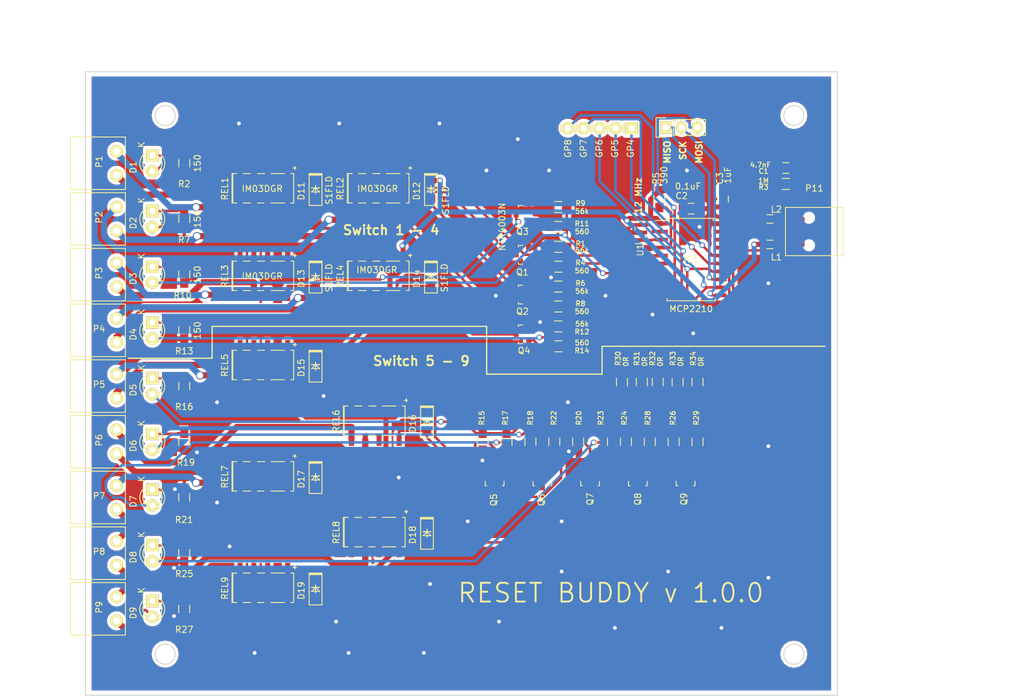
<source format=kicad_pcb>
(kicad_pcb (version 4) (host pcbnew 4.0.2-stable)
  (layers (0 F.Cu signal) (31 B.Cu signal hide) (34 B.Paste user) (35 F.Paste user) (36 B.SilkS user) (37 F.SilkS user) (38 B.Mask user) (39 F.Mask user) (44 Edge.Cuts user))
  (net 0 "")
  (net 1 "Net-(Q1-Pad1)")
  (net 2 GND)
  (net 3 "Net-(Q2-Pad1)")
  (net 4 "Net-(Q3-Pad1)")
  (net 5 "Net-(Q4-Pad1)")
  (net 6 "Net-(Q5-Pad1)")
  (net 7 "Net-(Q6-Pad1)")
  (net 8 "Net-(D13-Pad2)")
  (net 9 "Net-(Q7-Pad1)")
  (net 10 "Net-(D14-Pad2)")
  (net 11 "Net-(Q8-Pad1)")
  (net 12 "Net-(D17-Pad2)")
  (net 13 "Net-(Q9-Pad1)")
  (net 14 "Net-(D18-Pad2)")
  (net 15 "Net-(C1-Pad1)")
  (net 16 +5V)
  (net 17 "Net-(C3-Pad1)")
  (net 18 "Net-(D1-Pad1)")
  (net 19 /SW2)
  (net 20 "Net-(D3-Pad1)")
  (net 21 /SW3)
  (net 22 "Net-(D4-Pad1)")
  (net 23 /SW1)
  (net 24 "Net-(D7-Pad1)")
  (net 25 /SW4)
  (net 26 "Net-(D9-Pad1)")
  (net 27 "Net-(IC1-Pad2)")
  (net 28 "Net-(IC1-Pad3)")
  (net 29 "Net-(IC1-Pad4)")
  (net 30 "Net-(IC1-Pad9)")
  (net 31 /SW5)
  (net 32 "Net-(IC1-Pad11)")
  (net 33 /SW6)
  (net 34 "Net-(IC1-Pad13)")
  (net 35 /SW7)
  (net 36 /SW8)
  (net 37 /SW9)
  (net 38 /USB_D-)
  (net 39 /USB_D+)
  (net 40 "Net-(L1-Pad2)")
  (net 41 "Net-(L2-Pad2)")
  (net 42 "Net-(P2-Pad1)")
  (net 43 "Net-(P2-Pad2)")
  (net 44 "Net-(P3-Pad1)")
  (net 45 "Net-(P3-Pad2)")
  (net 46 "Net-(P4-Pad1)")
  (net 47 "Net-(P4-Pad2)")
  (net 48 "Net-(P5-Pad1)")
  (net 49 "Net-(P5-Pad2)")
  (net 50 "Net-(P7-Pad1)")
  (net 51 "Net-(P7-Pad2)")
  (net 52 "Net-(P8-Pad1)")
  (net 53 "Net-(P8-Pad2)")
  (net 54 "Net-(REL1-Pad2)")
  (net 55 "Net-(REL1-Pad7)")
  (net 56 "Net-(REL2-Pad2)")
  (net 57 "Net-(REL2-Pad7)")
  (net 58 "Net-(REL3-Pad2)")
  (net 59 "Net-(REL3-Pad7)")
  (net 60 "Net-(REL4-Pad2)")
  (net 61 "Net-(REL4-Pad7)")
  (net 62 "Net-(REL5-Pad2)")
  (net 63 "Net-(REL5-Pad7)")
  (net 64 "Net-(REL6-Pad2)")
  (net 65 "Net-(REL6-Pad7)")
  (net 66 "Net-(REL7-Pad2)")
  (net 67 "Net-(REL7-Pad7)")
  (net 68 "Net-(REL8-Pad2)")
  (net 69 "Net-(REL8-Pad7)")
  (net 70 "Net-(REL9-Pad2)")
  (net 71 "Net-(REL9-Pad7)")
  (net 72 "Net-(REL1-Pad3)")
  (net 73 "Net-(REL1-Pad4)")
  (net 74 "Net-(REL2-Pad3)")
  (net 75 "Net-(REL2-Pad4)")
  (net 76 "Net-(REL3-Pad3)")
  (net 77 "Net-(REL3-Pad4)")
  (net 78 "Net-(REL4-Pad3)")
  (net 79 "Net-(REL4-Pad4)")
  (net 80 "Net-(REL5-Pad3)")
  (net 81 "Net-(REL5-Pad4)")
  (net 82 "Net-(REL6-Pad3)")
  (net 83 "Net-(REL6-Pad4)")
  (net 84 "Net-(REL7-Pad3)")
  (net 85 "Net-(REL7-Pad4)")
  (net 86 "Net-(REL8-Pad3)")
  (net 87 "Net-(REL8-Pad4)")
  (net 88 "Net-(REL9-Pad3)")
  (net 89 "Net-(REL9-Pad4)")
  (net 90 /GP4)
  (net 91 /GP5)
  (net 92 /GP6)
  (net 93 /GP7)
  (net 94 /GP8)
  (net 95 "Net-(P1-Pad1)")
  (net 96 "Net-(P1-Pad2)")
  (net 97 "Net-(P6-Pad1)")
  (net 98 "Net-(P6-Pad2)")
  (net 99 "Net-(P9-Pad1)")
  (net 100 "Net-(P9-Pad2)")
  (net 101 "Net-(P11-Pad4)")
  (net 102 "Net-(D2-Pad1)")
  (net 103 "Net-(D5-Pad1)")
  (net 104 "Net-(D6-Pad1)")
  (net 105 "Net-(D8-Pad1)")
  (net 106 "Net-(D11-Pad2)")
  (net 107 "Net-(D12-Pad2)")
  (net 108 "Net-(D15-Pad2)")
  (net 109 "Net-(D16-Pad2)")
  (net 110 "Net-(D19-Pad2)")
  (module Capacitors_SMD:C_0805_HandSoldering (layer F.Cu) (at 160.782 70.612 180)
    (fp_text reference C1 (at 3.556 -0.508 180) (layer F.SilkS) (effects (font (size 0.8 0.8))))
    (fp_text value 4.7nF (at 4.064 0.508 180) (layer F.SilkS) (effects (font (size 0.8 0.8))))
    (pad 1 smd rect (at -1.25 0 180) (size 1.5 1.25) (layers F.Cu F.Paste F.Mask) (net 15 "Net-(C1-Pad1)"))
    (pad 2 smd rect (at 1.25 0 180) (size 1.5 1.25) (layers F.Cu F.Paste F.Mask) (net 2 GND))
  )
  (module Capacitors_SMD:C_0805_HandSoldering (layer F.Cu) (at 145.669 77.089)
    (fp_text reference C2 (at -1.524 -2.032) (layer F.SilkS))
    (fp_text value 0.1uF (at -0.508 -3.556) (layer F.SilkS))
    (pad 1 smd rect (at -1.25 0) (size 1.5 1.25) (layers F.Cu F.Paste F.Mask) (net 16 +5V))
    (pad 2 smd rect (at 1.25 0) (size 1.5 1.25) (layers F.Cu F.Paste F.Mask) (net 2 GND))
  )
  (module Capacitors_SMD:C_0805_HandSoldering (layer F.Cu) (at 150.749 75.565 270)
    (fp_text reference C3 (at -3.302 0.508 270) (layer F.SilkS))
    (fp_text value 1uF (at -3.81 -0.762 270) (layer F.SilkS))
    (pad 1 smd rect (at -1.25 0 270) (size 1.5 1.25) (layers F.Cu F.Paste F.Mask) (net 17 "Net-(C3-Pad1)"))
    (pad 2 smd rect (at 1.25 0 270) (size 1.5 1.25) (layers F.Cu F.Paste F.Mask) (net 2 GND))
  )
  (module Housings_SOIC:SOIC-20_7.5x12.8mm_Pitch1.27mm (layer F.Cu) (at 145.669 85.217)
    (fp_text reference IC1 (at 0 0) (layer F.SilkS))
    (fp_text value MCP2210 (at 0 7.874) (layer F.SilkS))
    (pad 1 smd rect (at -4.7 -5.715) (size 1.95 0.6) (layers F.Cu F.Paste F.Mask) (net 16 +5V))
    (pad 2 smd rect (at -4.7 -4.445) (size 1.95 0.6) (layers F.Cu F.Paste F.Mask) (net 27 "Net-(IC1-Pad2)"))
    (pad 3 smd rect (at -4.7 -3.175) (size 1.95 0.6) (layers F.Cu F.Paste F.Mask) (net 28 "Net-(IC1-Pad3)"))
    (pad 4 smd rect (at -4.7 -1.905) (size 1.95 0.6) (layers F.Cu F.Paste F.Mask) (net 29 "Net-(IC1-Pad4)"))
    (pad 5 smd rect (at -4.7 -0.635) (size 1.95 0.6) (layers F.Cu F.Paste F.Mask) (net 23 /SW1))
    (pad 6 smd rect (at -4.7 0.635) (size 1.95 0.6) (layers F.Cu F.Paste F.Mask) (net 19 /SW2))
    (pad 7 smd rect (at -4.7 1.905) (size 1.95 0.6) (layers F.Cu F.Paste F.Mask) (net 21 /SW3))
    (pad 8 smd rect (at -4.7 3.175) (size 1.95 0.6) (layers F.Cu F.Paste F.Mask) (net 25 /SW4))
    (pad 9 smd rect (at -4.7 4.445) (size 1.95 0.6) (layers F.Cu F.Paste F.Mask) (net 30 "Net-(IC1-Pad9)"))
    (pad 10 smd rect (at -4.7 5.715) (size 1.95 0.6) (layers F.Cu F.Paste F.Mask) (net 90 /GP4))
    (pad 11 smd rect (at 4.7 5.715) (size 1.95 0.6) (layers F.Cu F.Paste F.Mask) (net 32 "Net-(IC1-Pad11)"))
    (pad 12 smd rect (at 4.7 4.445) (size 1.95 0.6) (layers F.Cu F.Paste F.Mask) (net 91 /GP5))
    (pad 13 smd rect (at 4.7 3.175) (size 1.95 0.6) (layers F.Cu F.Paste F.Mask) (net 34 "Net-(IC1-Pad13)"))
    (pad 14 smd rect (at 4.7 1.905) (size 1.95 0.6) (layers F.Cu F.Paste F.Mask) (net 92 /GP6))
    (pad 15 smd rect (at 4.7 0.635) (size 1.95 0.6) (layers F.Cu F.Paste F.Mask) (net 93 /GP7))
    (pad 16 smd rect (at 4.7 -0.635) (size 1.95 0.6) (layers F.Cu F.Paste F.Mask) (net 94 /GP8))
    (pad 17 smd rect (at 4.7 -1.905) (size 1.95 0.6) (layers F.Cu F.Paste F.Mask) (net 17 "Net-(C3-Pad1)"))
    (pad 18 smd rect (at 4.7 -3.175) (size 1.95 0.6) (layers F.Cu F.Paste F.Mask) (net 38 /USB_D-))
    (pad 19 smd rect (at 4.7 -4.445) (size 1.95 0.6) (layers F.Cu F.Paste F.Mask) (net 39 /USB_D+))
    (pad 20 smd rect (at 4.7 -5.715) (size 1.95 0.6) (layers F.Cu F.Paste F.Mask) (net 2 GND))
  )
  (module Resistors_SMD:R_0603_HandSoldering (layer F.Cu) (at 158.242 82.804)
    (fp_text reference L1 (at 1.016 2.032) (layer F.SilkS))
    (fp_text value FER hide)
    (pad 1 smd rect (at -1.1 0) (size 1.2 0.9) (layers F.Cu F.Paste F.Mask) (net 16 +5V))
    (pad 2 smd rect (at 1.1 0) (size 1.2 0.9) (layers F.Cu F.Paste F.Mask) (net 40 "Net-(L1-Pad2)"))
  )
  (module Resistors_SMD:R_0603_HandSoldering (layer F.Cu) (at 158.242 78.74)
    (fp_text reference L2 (at 1.016 -1.524) (layer F.SilkS))
    (fp_text value FER hide)
    (pad 1 smd rect (at -1.1 0) (size 1.2 0.9) (layers F.Cu F.Paste F.Mask) (net 2 GND))
    (pad 2 smd rect (at 1.1 0) (size 1.2 0.9) (layers F.Cu F.Paste F.Mask) (net 41 "Net-(L2-Pad2)"))
  )
  (module Resistors_SMD:R_0805_HandSoldering (layer F.Cu) (at 124.46 83.185 180)
    (fp_text reference R1 (at -3.556 0.508 180) (layer F.SilkS) (effects (font (size 0.8 0.8))))
    (fp_text value 56k (at -3.79 -0.565 180) (layer F.SilkS) (effects (font (size 0.8 0.8))))
    (pad 1 smd rect (at -1.35 0 180) (size 1.5 1.3) (layers F.Cu F.Paste F.Mask) (net 23 /SW1))
    (pad 2 smd rect (at 1.35 0 180) (size 1.5 1.3) (layers F.Cu F.Paste F.Mask) (net 2 GND))
  )
  (module Resistors_SMD:R_0805_HandSoldering (layer F.Cu) (at 64.77 69.85 90)
    (fp_text reference R2 (at -3.302 0 180) (layer F.SilkS))
    (fp_text value 150 (at 0 2.1 90) (layer F.SilkS))
    (pad 1 smd rect (at -1.35 0 90) (size 1.5 1.3) (layers F.Cu F.Paste F.Mask) (net 2 GND))
    (pad 2 smd rect (at 1.35 0 90) (size 1.5 1.3) (layers F.Cu F.Paste F.Mask) (net 18 "Net-(D1-Pad1)"))
  )
  (module Resistors_SMD:R_0805_HandSoldering (layer F.Cu) (at 160.782 73.152 180)
    (fp_text reference R3 (at 3.556 -0.508 180) (layer F.SilkS) (effects (font (size 0.8 0.8))))
    (fp_text value 1M (at 3.556 0.508 180) (layer F.SilkS) (effects (font (size 0.8 0.8))))
    (pad 1 smd rect (at -1.35 0 180) (size 1.5 1.3) (layers F.Cu F.Paste F.Mask) (net 15 "Net-(C1-Pad1)"))
    (pad 2 smd rect (at 1.35 0 180) (size 1.5 1.3) (layers F.Cu F.Paste F.Mask) (net 2 GND))
  )
  (module Resistors_SMD:R_0805_HandSoldering (layer F.Cu) (at 124.46 86.36)
    (fp_text reference R4 (at 3.54 -0.61) (layer F.SilkS) (effects (font (size 0.8 0.8))))
    (fp_text value 560 (at 3.79 0.64) (layer F.SilkS) (effects (font (size 0.8 0.8))))
    (pad 1 smd rect (at -1.35 0) (size 1.5 1.3) (layers F.Cu F.Paste F.Mask) (net 1 "Net-(Q1-Pad1)"))
    (pad 2 smd rect (at 1.35 0) (size 1.5 1.3) (layers F.Cu F.Paste F.Mask) (net 23 /SW1))
  )
  (module Resistors_SMD:R_0805_HandSoldering (layer F.Cu) (at 140.589 75.565 90)
    (fp_text reference R5 (at 3.302 -0.508 90) (layer F.SilkS))
    (fp_text value 390 (at 3.81 0.762 90) (layer F.SilkS))
    (pad 1 smd rect (at -1.35 0 90) (size 1.5 1.3) (layers F.Cu F.Paste F.Mask) (net 29 "Net-(IC1-Pad4)"))
    (pad 2 smd rect (at 1.35 0 90) (size 1.5 1.3) (layers F.Cu F.Paste F.Mask) (net 16 +5V))
  )
  (module Resistors_SMD:R_0805_HandSoldering (layer F.Cu) (at 124.46 89.535 180)
    (fp_text reference R6 (at -3.54 0.535 180) (layer F.SilkS) (effects (font (size 0.8 0.8))))
    (fp_text value 56k (at -3.79 -0.715 180) (layer F.SilkS) (effects (font (size 0.8 0.8))))
    (pad 1 smd rect (at -1.35 0 180) (size 1.5 1.3) (layers F.Cu F.Paste F.Mask) (net 19 /SW2))
    (pad 2 smd rect (at 1.35 0 180) (size 1.5 1.3) (layers F.Cu F.Paste F.Mask) (net 2 GND))
  )
  (module Resistors_SMD:R_0805_HandSoldering (layer F.Cu) (at 64.77 78.74 90)
    (fp_text reference R7 (at -3.302 0 180) (layer F.SilkS))
    (fp_text value 150 (at 0 2.1 90) (layer F.SilkS))
    (pad 1 smd rect (at -1.35 0 90) (size 1.5 1.3) (layers F.Cu F.Paste F.Mask) (net 2 GND))
    (pad 2 smd rect (at 1.35 0 90) (size 1.5 1.3) (layers F.Cu F.Paste F.Mask) (net 102 "Net-(D2-Pad1)"))
  )
  (module Resistors_SMD:R_0805_HandSoldering (layer F.Cu) (at 124.46 92.71)
    (fp_text reference R8 (at 3.54 -0.46) (layer F.SilkS) (effects (font (size 0.8 0.8))))
    (fp_text value 560 (at 3.79 0.79) (layer F.SilkS) (effects (font (size 0.8 0.8))))
    (pad 1 smd rect (at -1.35 0) (size 1.5 1.3) (layers F.Cu F.Paste F.Mask) (net 3 "Net-(Q2-Pad1)"))
    (pad 2 smd rect (at 1.35 0) (size 1.5 1.3) (layers F.Cu F.Paste F.Mask) (net 19 /SW2))
  )
  (module Resistors_SMD:R_0805_HandSoldering (layer F.Cu) (at 124.46 76.835 180)
    (fp_text reference R9 (at -3.54 0.585 180) (layer F.SilkS) (effects (font (size 0.8 0.8))))
    (fp_text value 56k (at -3.79 -0.665 180) (layer F.SilkS) (effects (font (size 0.8 0.8))))
    (pad 1 smd rect (at -1.35 0 180) (size 1.5 1.3) (layers F.Cu F.Paste F.Mask) (net 21 /SW3))
    (pad 2 smd rect (at 1.35 0 180) (size 1.5 1.3) (layers F.Cu F.Paste F.Mask) (net 2 GND))
  )
  (module Resistors_SMD:R_0805_HandSoldering (layer F.Cu) (at 64.77 87.63 90)
    (fp_text reference R10 (at -3.302 -0.254 180) (layer F.SilkS))
    (fp_text value 150 (at 0 2.1 90) (layer F.SilkS))
    (pad 1 smd rect (at -1.35 0 90) (size 1.5 1.3) (layers F.Cu F.Paste F.Mask) (net 2 GND))
    (pad 2 smd rect (at 1.35 0 90) (size 1.5 1.3) (layers F.Cu F.Paste F.Mask) (net 20 "Net-(D3-Pad1)"))
  )
  (module Resistors_SMD:R_0805_HandSoldering (layer F.Cu) (at 124.46 80.01)
    (fp_text reference R11 (at 3.79 -0.51) (layer F.SilkS) (effects (font (size 0.8 0.8))))
    (fp_text value 560 (at 3.79 0.74) (layer F.SilkS) (effects (font (size 0.8 0.8))))
    (pad 1 smd rect (at -1.35 0) (size 1.5 1.3) (layers F.Cu F.Paste F.Mask) (net 4 "Net-(Q3-Pad1)"))
    (pad 2 smd rect (at 1.35 0) (size 1.5 1.3) (layers F.Cu F.Paste F.Mask) (net 21 /SW3))
  )
  (module Resistors_SMD:R_0805_HandSoldering (layer F.Cu) (at 124.46 95.885 180)
    (fp_text reference R12 (at -3.79 -0.865 180) (layer F.SilkS) (effects (font (size 0.8 0.8))))
    (fp_text value 56k (at -3.79 0.385 180) (layer F.SilkS) (effects (font (size 0.8 0.8))))
    (pad 1 smd rect (at -1.35 0 180) (size 1.5 1.3) (layers F.Cu F.Paste F.Mask) (net 25 /SW4))
    (pad 2 smd rect (at 1.35 0 180) (size 1.5 1.3) (layers F.Cu F.Paste F.Mask) (net 2 GND))
  )
  (module Resistors_SMD:R_0805_HandSoldering (layer F.Cu) (at 64.77 96.52 90)
    (fp_text reference R13 (at -3.302 0 180) (layer F.SilkS))
    (fp_text value 150 (at 0 2.1 90) (layer F.SilkS))
    (pad 1 smd rect (at -1.35 0 90) (size 1.5 1.3) (layers F.Cu F.Paste F.Mask) (net 2 GND))
    (pad 2 smd rect (at 1.35 0 90) (size 1.5 1.3) (layers F.Cu F.Paste F.Mask) (net 22 "Net-(D4-Pad1)"))
  )
  (module Resistors_SMD:R_0805_HandSoldering (layer F.Cu) (at 124.46 99.06)
    (fp_text reference R14 (at 3.79 0.69) (layer F.SilkS) (effects (font (size 0.8 0.8))))
    (fp_text value 560 (at 3.79 -0.56) (layer F.SilkS) (effects (font (size 0.8 0.8))))
    (pad 1 smd rect (at -1.35 0) (size 1.5 1.3) (layers F.Cu F.Paste F.Mask) (net 5 "Net-(Q4-Pad1)"))
    (pad 2 smd rect (at 1.35 0) (size 1.5 1.3) (layers F.Cu F.Paste F.Mask) (net 25 /SW4))
  )
  (module Resistors_SMD:R_0805_HandSoldering (layer F.Cu) (at 112.395 114.3 270)
    (fp_text reference R15 (at -3.8 0.145 270) (layer F.SilkS) (effects (font (size 0.8 0.8))))
    (fp_text value 56k)
    (pad 1 smd rect (at -1.35 0 270) (size 1.5 1.3) (layers F.Cu F.Paste F.Mask) (net 31 /SW5))
    (pad 2 smd rect (at 1.35 0 270) (size 1.5 1.3) (layers F.Cu F.Paste F.Mask) (net 2 GND))
  )
  (module Resistors_SMD:R_0805_HandSoldering (layer F.Cu) (at 64.77 105.41 90)
    (fp_text reference R16 (at -3.302 0 180) (layer F.SilkS))
    (fp_text value 150)
    (pad 1 smd rect (at -1.35 0 90) (size 1.5 1.3) (layers F.Cu F.Paste F.Mask) (net 2 GND))
    (pad 2 smd rect (at 1.35 0 90) (size 1.5 1.3) (layers F.Cu F.Paste F.Mask) (net 103 "Net-(D5-Pad1)"))
  )
  (module Resistors_SMD:R_0805_HandSoldering (layer F.Cu) (at 116.205 114.3 90)
    (fp_text reference R17 (at 3.8 -0.205 90) (layer F.SilkS) (effects (font (size 0.8 0.8))))
    (fp_text value 560)
    (pad 1 smd rect (at -1.35 0 90) (size 1.5 1.3) (layers F.Cu F.Paste F.Mask) (net 6 "Net-(Q5-Pad1)"))
    (pad 2 smd rect (at 1.35 0 90) (size 1.5 1.3) (layers F.Cu F.Paste F.Mask) (net 31 /SW5))
  )
  (module Resistors_SMD:R_0805_HandSoldering (layer F.Cu) (at 120.015 114.3 270)
    (fp_text reference R18 (at -3.8 0.015 270) (layer F.SilkS) (effects (font (size 0.8 0.8))))
    (fp_text value 56k)
    (pad 1 smd rect (at -1.35 0 270) (size 1.5 1.3) (layers F.Cu F.Paste F.Mask) (net 33 /SW6))
    (pad 2 smd rect (at 1.35 0 270) (size 1.5 1.3) (layers F.Cu F.Paste F.Mask) (net 2 GND))
  )
  (module Resistors_SMD:R_0805_HandSoldering (layer F.Cu) (at 64.77 114.3 90)
    (fp_text reference R19 (at -3.302 0.254 180) (layer F.SilkS))
    (fp_text value 150)
    (pad 1 smd rect (at -1.35 0 90) (size 1.5 1.3) (layers F.Cu F.Paste F.Mask) (net 2 GND))
    (pad 2 smd rect (at 1.35 0 90) (size 1.5 1.3) (layers F.Cu F.Paste F.Mask) (net 104 "Net-(D6-Pad1)"))
  )
  (module Resistors_SMD:R_0805_HandSoldering (layer F.Cu) (at 127.635 114.3 270)
    (fp_text reference R20 (at -3.8 -0.115 270) (layer F.SilkS) (effects (font (size 0.8 0.8))))
    (fp_text value 56k)
    (pad 1 smd rect (at -1.35 0 270) (size 1.5 1.3) (layers F.Cu F.Paste F.Mask) (net 35 /SW7))
    (pad 2 smd rect (at 1.35 0 270) (size 1.5 1.3) (layers F.Cu F.Paste F.Mask) (net 2 GND))
  )
  (module Resistors_SMD:R_0805_HandSoldering (layer F.Cu) (at 64.77 123.19 270)
    (fp_text reference R21 (at 3.56 0.02 360) (layer F.SilkS))
    (fp_text value 150)
    (pad 1 smd rect (at -1.35 0 270) (size 1.5 1.3) (layers F.Cu F.Paste F.Mask) (net 2 GND))
    (pad 2 smd rect (at 1.35 0 270) (size 1.5 1.3) (layers F.Cu F.Paste F.Mask) (net 24 "Net-(D7-Pad1)"))
  )
  (module Resistors_SMD:R_0805_HandSoldering (layer F.Cu) (at 123.825 114.3 90)
    (fp_text reference R22 (at 3.8 -0.075 90) (layer F.SilkS) (effects (font (size 0.8 0.8))))
    (fp_text value 560)
    (pad 1 smd rect (at -1.35 0 90) (size 1.5 1.3) (layers F.Cu F.Paste F.Mask) (net 7 "Net-(Q6-Pad1)"))
    (pad 2 smd rect (at 1.35 0 90) (size 1.5 1.3) (layers F.Cu F.Paste F.Mask) (net 33 /SW6))
  )
  (module Resistors_SMD:R_0805_HandSoldering (layer F.Cu) (at 131.445 114.3 90)
    (fp_text reference R23 (at 3.8 -0.195 90) (layer F.SilkS) (effects (font (size 0.8 0.8))))
    (fp_text value 560)
    (pad 1 smd rect (at -1.35 0 90) (size 1.5 1.3) (layers F.Cu F.Paste F.Mask) (net 9 "Net-(Q7-Pad1)"))
    (pad 2 smd rect (at 1.35 0 90) (size 1.5 1.3) (layers F.Cu F.Paste F.Mask) (net 35 /SW7))
  )
  (module Resistors_SMD:R_0805_HandSoldering (layer F.Cu) (at 135.255 114.3 270)
    (fp_text reference R24 (at -3.8 0.255 270) (layer F.SilkS) (effects (font (size 0.8 0.8))))
    (fp_text value 56k)
    (pad 1 smd rect (at -1.35 0 270) (size 1.5 1.3) (layers F.Cu F.Paste F.Mask) (net 36 /SW8))
    (pad 2 smd rect (at 1.35 0 270) (size 1.5 1.3) (layers F.Cu F.Paste F.Mask) (net 2 GND))
  )
  (module Resistors_SMD:R_0805_HandSoldering (layer F.Cu) (at 64.77 132.08 90)
    (fp_text reference R25 (at -3.302 0 180) (layer F.SilkS))
    (fp_text value 150)
    (pad 1 smd rect (at -1.35 0 90) (size 1.5 1.3) (layers F.Cu F.Paste F.Mask) (net 2 GND))
    (pad 2 smd rect (at 1.35 0 90) (size 1.5 1.3) (layers F.Cu F.Paste F.Mask) (net 105 "Net-(D8-Pad1)"))
  )
  (module Resistors_SMD:R_0805_HandSoldering (layer F.Cu) (at 142.875 114.3 270)
    (fp_text reference R26 (at -3.8 0.125 270) (layer F.SilkS) (effects (font (size 0.8 0.8))))
    (fp_text value 56k)
    (pad 1 smd rect (at -1.35 0 270) (size 1.5 1.3) (layers F.Cu F.Paste F.Mask) (net 37 /SW9))
    (pad 2 smd rect (at 1.35 0 270) (size 1.5 1.3) (layers F.Cu F.Paste F.Mask) (net 2 GND))
  )
  (module Resistors_SMD:R_0805_HandSoldering (layer F.Cu) (at 64.77 140.97 90)
    (fp_text reference R27 (at -3.302 0 180) (layer F.SilkS))
    (fp_text value 150)
    (pad 1 smd rect (at -1.35 0 90) (size 1.5 1.3) (layers F.Cu F.Paste F.Mask) (net 2 GND))
    (pad 2 smd rect (at 1.35 0 90) (size 1.5 1.3) (layers F.Cu F.Paste F.Mask) (net 26 "Net-(D9-Pad1)"))
  )
  (module Resistors_SMD:R_0805_HandSoldering (layer F.Cu) (at 139.065 114.3 90)
    (fp_text reference R28 (at 3.8 -0.315 90) (layer F.SilkS) (effects (font (size 0.8 0.8))))
    (fp_text value 560)
    (pad 1 smd rect (at -1.35 0 90) (size 1.5 1.3) (layers F.Cu F.Paste F.Mask) (net 11 "Net-(Q8-Pad1)"))
    (pad 2 smd rect (at 1.35 0 90) (size 1.5 1.3) (layers F.Cu F.Paste F.Mask) (net 36 /SW8))
  )
  (module Resistors_SMD:R_0805_HandSoldering (layer F.Cu) (at 146.685 114.3 90)
    (fp_text reference R29 (at 3.8 -0.185 90) (layer F.SilkS) (effects (font (size 0.8 0.8))))
    (fp_text value 560)
    (pad 1 smd rect (at -1.35 0 90) (size 1.5 1.3) (layers F.Cu F.Paste F.Mask) (net 13 "Net-(Q9-Pad1)"))
    (pad 2 smd rect (at 1.35 0 90) (size 1.5 1.3) (layers F.Cu F.Paste F.Mask) (net 37 /SW9))
  )
  (module USBswitchFootprints:IM03DGR (layer F.Cu) (at 81.28 70.866 180)
    (fp_text reference REL1 (at 10.033 -3.048 270) (layer F.SilkS))
    (fp_text value IM03DGR (at 4.064 -3.048 180) (layer F.SilkS))
    (pad 1 smd rect (at 0 0 180) (size 0.8 2) (layers F.Cu F.Paste F.Mask) (net 16 +5V))
    (pad 2 smd rect (at 3.2 0 180) (size 0.8 2) (layers F.Cu F.Paste F.Mask) (net 54 "Net-(REL1-Pad2)"))
    (pad 3 smd rect (at 5.4 0 180) (size 0.8 2) (layers F.Cu F.Paste F.Mask) (net 72 "Net-(REL1-Pad3)"))
    (pad 4 smd rect (at 7.6 0 180) (size 0.8 2) (layers F.Cu F.Paste F.Mask) (net 73 "Net-(REL1-Pad4)"))
    (pad 5 smd rect (at 7.6 -6 180) (size 0.8 2) (layers F.Cu F.Paste F.Mask) (net 96 "Net-(P1-Pad2)"))
    (pad 6 smd rect (at 5.4 -6 180) (size 0.8 2) (layers F.Cu F.Paste F.Mask) (net 95 "Net-(P1-Pad1)"))
    (pad 7 smd rect (at 3.2 -6 180) (size 0.8 2) (layers F.Cu F.Paste F.Mask) (net 55 "Net-(REL1-Pad7)"))
    (pad 8 smd rect (at 0 -6 180) (size 0.8 2) (layers F.Cu F.Paste F.Mask) (net 106 "Net-(D11-Pad2)"))
  )
  (module USBswitchFootprints:IM03DGR (layer F.Cu) (at 99.695 70.866 180)
    (fp_text reference REL2 (at 10.033 -3.048 270) (layer F.SilkS))
    (fp_text value IM03DGR (at 4.064 -3.048 180) (layer F.SilkS))
    (pad 1 smd rect (at 0 0 180) (size 0.8 2) (layers F.Cu F.Paste F.Mask) (net 16 +5V))
    (pad 2 smd rect (at 3.2 0 180) (size 0.8 2) (layers F.Cu F.Paste F.Mask) (net 56 "Net-(REL2-Pad2)"))
    (pad 3 smd rect (at 5.4 0 180) (size 0.8 2) (layers F.Cu F.Paste F.Mask) (net 74 "Net-(REL2-Pad3)"))
    (pad 4 smd rect (at 7.6 0 180) (size 0.8 2) (layers F.Cu F.Paste F.Mask) (net 75 "Net-(REL2-Pad4)"))
    (pad 5 smd rect (at 7.6 -6 180) (size 0.8 2) (layers F.Cu F.Paste F.Mask) (net 43 "Net-(P2-Pad2)"))
    (pad 6 smd rect (at 5.4 -6 180) (size 0.8 2) (layers F.Cu F.Paste F.Mask) (net 42 "Net-(P2-Pad1)"))
    (pad 7 smd rect (at 3.2 -6 180) (size 0.8 2) (layers F.Cu F.Paste F.Mask) (net 57 "Net-(REL2-Pad7)"))
    (pad 8 smd rect (at 0 -6 180) (size 0.8 2) (layers F.Cu F.Paste F.Mask) (net 107 "Net-(D12-Pad2)"))
  )
  (module USBswitchFootprints:IM03DGR (layer F.Cu) (at 81.28 84.836 180)
    (fp_text reference REL3 (at 10.033 -3.048 270) (layer F.SilkS))
    (fp_text value IM03DGR (at 4.064 -3.048 180) (layer F.SilkS))
    (pad 1 smd rect (at 0 0 180) (size 0.8 2) (layers F.Cu F.Paste F.Mask) (net 16 +5V))
    (pad 2 smd rect (at 3.2 0 180) (size 0.8 2) (layers F.Cu F.Paste F.Mask) (net 58 "Net-(REL3-Pad2)"))
    (pad 3 smd rect (at 5.4 0 180) (size 0.8 2) (layers F.Cu F.Paste F.Mask) (net 76 "Net-(REL3-Pad3)"))
    (pad 4 smd rect (at 7.6 0 180) (size 0.8 2) (layers F.Cu F.Paste F.Mask) (net 77 "Net-(REL3-Pad4)"))
    (pad 5 smd rect (at 7.6 -6 180) (size 0.8 2) (layers F.Cu F.Paste F.Mask) (net 45 "Net-(P3-Pad2)"))
    (pad 6 smd rect (at 5.4 -6 180) (size 0.8 2) (layers F.Cu F.Paste F.Mask) (net 44 "Net-(P3-Pad1)"))
    (pad 7 smd rect (at 3.2 -6 180) (size 0.8 2) (layers F.Cu F.Paste F.Mask) (net 59 "Net-(REL3-Pad7)"))
    (pad 8 smd rect (at 0 -6 180) (size 0.8 2) (layers F.Cu F.Paste F.Mask) (net 8 "Net-(D13-Pad2)"))
  )
  (module USBswitchFootprints:IM03DGR (layer F.Cu) (at 99.695 84.836 180)
    (fp_text reference REL4 (at 10.033 -3.048 270) (layer F.SilkS))
    (fp_text value IM03DGR (at 4.191 -2.032 180) (layer F.SilkS))
    (pad 1 smd rect (at 0 0 180) (size 0.8 2) (layers F.Cu F.Paste F.Mask) (net 16 +5V))
    (pad 2 smd rect (at 3.2 0 180) (size 0.8 2) (layers F.Cu F.Paste F.Mask) (net 60 "Net-(REL4-Pad2)"))
    (pad 3 smd rect (at 5.4 0 180) (size 0.8 2) (layers F.Cu F.Paste F.Mask) (net 78 "Net-(REL4-Pad3)"))
    (pad 4 smd rect (at 7.6 0 180) (size 0.8 2) (layers F.Cu F.Paste F.Mask) (net 79 "Net-(REL4-Pad4)"))
    (pad 5 smd rect (at 7.6 -6 180) (size 0.8 2) (layers F.Cu F.Paste F.Mask) (net 47 "Net-(P4-Pad2)"))
    (pad 6 smd rect (at 5.4 -6 180) (size 0.8 2) (layers F.Cu F.Paste F.Mask) (net 46 "Net-(P4-Pad1)"))
    (pad 7 smd rect (at 3.2 -6 180) (size 0.8 2) (layers F.Cu F.Paste F.Mask) (net 61 "Net-(REL4-Pad7)"))
    (pad 8 smd rect (at 0 -6 180) (size 0.8 2) (layers F.Cu F.Paste F.Mask) (net 10 "Net-(D14-Pad2)"))
  )
  (module USBswitchFootprints:IM03DGR (layer F.Cu) (at 81.28 99.06 180)
    (fp_text reference REL5 (at 10.033 -3.048 270) (layer F.SilkS))
    (fp_text value IM03DGR)
    (pad 1 smd rect (at 0 0 180) (size 0.8 2) (layers F.Cu F.Paste F.Mask) (net 16 +5V))
    (pad 2 smd rect (at 3.2 0 180) (size 0.8 2) (layers F.Cu F.Paste F.Mask) (net 62 "Net-(REL5-Pad2)"))
    (pad 3 smd rect (at 5.4 0 180) (size 0.8 2) (layers F.Cu F.Paste F.Mask) (net 80 "Net-(REL5-Pad3)"))
    (pad 4 smd rect (at 7.6 0 180) (size 0.8 2) (layers F.Cu F.Paste F.Mask) (net 81 "Net-(REL5-Pad4)"))
    (pad 5 smd rect (at 7.6 -6 180) (size 0.8 2) (layers F.Cu F.Paste F.Mask) (net 49 "Net-(P5-Pad2)"))
    (pad 6 smd rect (at 5.4 -6 180) (size 0.8 2) (layers F.Cu F.Paste F.Mask) (net 48 "Net-(P5-Pad1)"))
    (pad 7 smd rect (at 3.2 -6 180) (size 0.8 2) (layers F.Cu F.Paste F.Mask) (net 63 "Net-(REL5-Pad7)"))
    (pad 8 smd rect (at 0 -6 180) (size 0.8 2) (layers F.Cu F.Paste F.Mask) (net 108 "Net-(D15-Pad2)"))
  )
  (module USBswitchFootprints:IM03DGR (layer F.Cu) (at 99.06 107.95 180)
    (fp_text reference REL6 (at 10.033 -3.048 270) (layer F.SilkS))
    (fp_text value IM03DGR)
    (pad 1 smd rect (at 0 0 180) (size 0.8 2) (layers F.Cu F.Paste F.Mask) (net 16 +5V))
    (pad 2 smd rect (at 3.2 0 180) (size 0.8 2) (layers F.Cu F.Paste F.Mask) (net 64 "Net-(REL6-Pad2)"))
    (pad 3 smd rect (at 5.4 0 180) (size 0.8 2) (layers F.Cu F.Paste F.Mask) (net 82 "Net-(REL6-Pad3)"))
    (pad 4 smd rect (at 7.6 0 180) (size 0.8 2) (layers F.Cu F.Paste F.Mask) (net 83 "Net-(REL6-Pad4)"))
    (pad 5 smd rect (at 7.6 -6 180) (size 0.8 2) (layers F.Cu F.Paste F.Mask) (net 98 "Net-(P6-Pad2)"))
    (pad 6 smd rect (at 5.4 -6 180) (size 0.8 2) (layers F.Cu F.Paste F.Mask) (net 97 "Net-(P6-Pad1)"))
    (pad 7 smd rect (at 3.2 -6 180) (size 0.8 2) (layers F.Cu F.Paste F.Mask) (net 65 "Net-(REL6-Pad7)"))
    (pad 8 smd rect (at 0 -6 180) (size 0.8 2) (layers F.Cu F.Paste F.Mask) (net 109 "Net-(D16-Pad2)"))
  )
  (module USBswitchFootprints:IM03DGR (layer F.Cu) (at 81.28 116.84 180)
    (fp_text reference REL7 (at 10.033 -3.048 270) (layer F.SilkS))
    (fp_text value IM03DGR)
    (pad 1 smd rect (at 0 0 180) (size 0.8 2) (layers F.Cu F.Paste F.Mask) (net 16 +5V))
    (pad 2 smd rect (at 3.2 0 180) (size 0.8 2) (layers F.Cu F.Paste F.Mask) (net 66 "Net-(REL7-Pad2)"))
    (pad 3 smd rect (at 5.4 0 180) (size 0.8 2) (layers F.Cu F.Paste F.Mask) (net 84 "Net-(REL7-Pad3)"))
    (pad 4 smd rect (at 7.6 0 180) (size 0.8 2) (layers F.Cu F.Paste F.Mask) (net 85 "Net-(REL7-Pad4)"))
    (pad 5 smd rect (at 7.6 -6 180) (size 0.8 2) (layers F.Cu F.Paste F.Mask) (net 51 "Net-(P7-Pad2)"))
    (pad 6 smd rect (at 5.4 -6 180) (size 0.8 2) (layers F.Cu F.Paste F.Mask) (net 50 "Net-(P7-Pad1)"))
    (pad 7 smd rect (at 3.2 -6 180) (size 0.8 2) (layers F.Cu F.Paste F.Mask) (net 67 "Net-(REL7-Pad7)"))
    (pad 8 smd rect (at 0 -6 180) (size 0.8 2) (layers F.Cu F.Paste F.Mask) (net 12 "Net-(D17-Pad2)"))
  )
  (module USBswitchFootprints:IM03DGR (layer F.Cu) (at 99.06 125.73 180)
    (fp_text reference REL8 (at 10.033 -3.048 270) (layer F.SilkS))
    (fp_text value IM03DGR)
    (pad 1 smd rect (at 0 0 180) (size 0.8 2) (layers F.Cu F.Paste F.Mask) (net 16 +5V))
    (pad 2 smd rect (at 3.2 0 180) (size 0.8 2) (layers F.Cu F.Paste F.Mask) (net 68 "Net-(REL8-Pad2)"))
    (pad 3 smd rect (at 5.4 0 180) (size 0.8 2) (layers F.Cu F.Paste F.Mask) (net 86 "Net-(REL8-Pad3)"))
    (pad 4 smd rect (at 7.6 0 180) (size 0.8 2) (layers F.Cu F.Paste F.Mask) (net 87 "Net-(REL8-Pad4)"))
    (pad 5 smd rect (at 7.6 -6 180) (size 0.8 2) (layers F.Cu F.Paste F.Mask) (net 53 "Net-(P8-Pad2)"))
    (pad 6 smd rect (at 5.4 -6 180) (size 0.8 2) (layers F.Cu F.Paste F.Mask) (net 52 "Net-(P8-Pad1)"))
    (pad 7 smd rect (at 3.2 -6 180) (size 0.8 2) (layers F.Cu F.Paste F.Mask) (net 69 "Net-(REL8-Pad7)"))
    (pad 8 smd rect (at 0 -6 180) (size 0.8 2) (layers F.Cu F.Paste F.Mask) (net 14 "Net-(D18-Pad2)"))
  )
  (module USBswitchFootprints:IM03DGR (layer F.Cu) (at 81.28 134.62 180)
    (fp_text reference REL9 (at 10.033 -3.048 270) (layer F.SilkS))
    (fp_text value IM03DGR)
    (pad 1 smd rect (at 0 0 180) (size 0.8 2) (layers F.Cu F.Paste F.Mask) (net 16 +5V))
    (pad 2 smd rect (at 3.2 0 180) (size 0.8 2) (layers F.Cu F.Paste F.Mask) (net 70 "Net-(REL9-Pad2)"))
    (pad 3 smd rect (at 5.4 0 180) (size 0.8 2) (layers F.Cu F.Paste F.Mask) (net 88 "Net-(REL9-Pad3)"))
    (pad 4 smd rect (at 7.6 0 180) (size 0.8 2) (layers F.Cu F.Paste F.Mask) (net 89 "Net-(REL9-Pad4)"))
    (pad 5 smd rect (at 7.6 -6 180) (size 0.8 2) (layers F.Cu F.Paste F.Mask) (net 100 "Net-(P9-Pad2)"))
    (pad 6 smd rect (at 5.4 -6 180) (size 0.8 2) (layers F.Cu F.Paste F.Mask) (net 99 "Net-(P9-Pad1)"))
    (pad 7 smd rect (at 3.2 -6 180) (size 0.8 2) (layers F.Cu F.Paste F.Mask) (net 71 "Net-(REL9-Pad7)"))
    (pad 8 smd rect (at 0 -6 180) (size 0.8 2) (layers F.Cu F.Paste F.Mask) (net 110 "Net-(D19-Pad2)"))
  )
  (module TO_SOT_Packages_SMD:SOT-23 (layer F.Cu) (at 118.745 84.455 90)
    (fp_text reference Q1 (at -2.795 0.005 180) (layer F.SilkS))
    (fp_text value NTR4003N (at 4.455 -3.245 90) (layer F.SilkS))
    (pad 1 smd rect (at -0.95 1.00076 90) (size 0.8001 0.8001) (layers F.Cu F.Paste F.Mask) (net 1 "Net-(Q1-Pad1)"))
    (pad 2 smd rect (at 0.95 1.00076 90) (size 0.8001 0.8001) (layers F.Cu F.Paste F.Mask) (net 2 GND))
    (pad 3 smd rect (at 0 -0.99822 90) (size 0.8001 0.8001) (layers F.Cu F.Paste F.Mask) (net 106 "Net-(D11-Pad2)"))
  )
  (module TO_SOT_Packages_SMD:SOT-23 (layer F.Cu) (at 118.745 90.805 90)
    (fp_text reference Q2 (at -2.695 0.005 180) (layer F.SilkS))
    (fp_text value NTR4003N hide)
    (pad 1 smd rect (at -0.95 1.00076 90) (size 0.8001 0.8001) (layers F.Cu F.Paste F.Mask) (net 3 "Net-(Q2-Pad1)"))
    (pad 2 smd rect (at 0.95 1.00076 90) (size 0.8001 0.8001) (layers F.Cu F.Paste F.Mask) (net 2 GND))
    (pad 3 smd rect (at 0 -0.99822 90) (size 0.8001 0.8001) (layers F.Cu F.Paste F.Mask) (net 107 "Net-(D12-Pad2)"))
  )
  (module TO_SOT_Packages_SMD:SOT-23 (layer F.Cu) (at 118.745 78.105 90)
    (fp_text reference Q3 (at -2.645 0.005 180) (layer F.SilkS))
    (fp_text value NTR4003N hide)
    (pad 1 smd rect (at -0.95 1.00076 90) (size 0.8001 0.8001) (layers F.Cu F.Paste F.Mask) (net 4 "Net-(Q3-Pad1)"))
    (pad 2 smd rect (at 0.95 1.00076 90) (size 0.8001 0.8001) (layers F.Cu F.Paste F.Mask) (net 2 GND))
    (pad 3 smd rect (at 0 -0.99822 90) (size 0.8001 0.8001) (layers F.Cu F.Paste F.Mask) (net 8 "Net-(D13-Pad2)"))
  )
  (module TO_SOT_Packages_SMD:SOT-23 (layer F.Cu) (at 118.745 97.155 90)
    (fp_text reference Q4 (at -2.595 0.255 180) (layer F.SilkS))
    (fp_text value NTR4003N hide)
    (pad 1 smd rect (at -0.95 1.00076 90) (size 0.8001 0.8001) (layers F.Cu F.Paste F.Mask) (net 5 "Net-(Q4-Pad1)"))
    (pad 2 smd rect (at 0.95 1.00076 90) (size 0.8001 0.8001) (layers F.Cu F.Paste F.Mask) (net 2 GND))
    (pad 3 smd rect (at 0 -0.99822 90) (size 0.8001 0.8001) (layers F.Cu F.Paste F.Mask) (net 10 "Net-(D14-Pad2)"))
  )
  (module TO_SOT_Packages_SMD:SOT-23 (layer F.Cu) (at 114.3 120.65 180)
    (fp_text reference Q5 (at 0.127 -2.921 270) (layer F.SilkS))
    (fp_text value NTR4003N hide)
    (pad 1 smd rect (at -0.95 1.00076 180) (size 0.8001 0.8001) (layers F.Cu F.Paste F.Mask) (net 6 "Net-(Q5-Pad1)"))
    (pad 2 smd rect (at 0.95 1.00076 180) (size 0.8001 0.8001) (layers F.Cu F.Paste F.Mask) (net 2 GND))
    (pad 3 smd rect (at 0 -0.99822 180) (size 0.8001 0.8001) (layers F.Cu F.Paste F.Mask) (net 108 "Net-(D15-Pad2)"))
  )
  (module TO_SOT_Packages_SMD:SOT-23 (layer F.Cu) (at 121.92 120.65 180)
    (fp_text reference Q6 (at 0.127 -2.921 270) (layer F.SilkS))
    (fp_text value NTR4003N hide)
    (pad 1 smd rect (at -0.95 1.00076 180) (size 0.8001 0.8001) (layers F.Cu F.Paste F.Mask) (net 7 "Net-(Q6-Pad1)"))
    (pad 2 smd rect (at 0.95 1.00076 180) (size 0.8001 0.8001) (layers F.Cu F.Paste F.Mask) (net 2 GND))
    (pad 3 smd rect (at 0 -0.99822 180) (size 0.8001 0.8001) (layers F.Cu F.Paste F.Mask) (net 109 "Net-(D16-Pad2)"))
  )
  (module TO_SOT_Packages_SMD:SOT-23 (layer F.Cu) (at 129.54 120.65 180)
    (fp_text reference Q7 (at 0 -2.794 270) (layer F.SilkS))
    (fp_text value NTR4003N hide)
    (pad 1 smd rect (at -0.95 1.00076 180) (size 0.8001 0.8001) (layers F.Cu F.Paste F.Mask) (net 9 "Net-(Q7-Pad1)"))
    (pad 2 smd rect (at 0.95 1.00076 180) (size 0.8001 0.8001) (layers F.Cu F.Paste F.Mask) (net 2 GND))
    (pad 3 smd rect (at 0 -0.99822 180) (size 0.8001 0.8001) (layers F.Cu F.Paste F.Mask) (net 12 "Net-(D17-Pad2)"))
  )
  (module TO_SOT_Packages_SMD:SOT-23 (layer F.Cu) (at 137.16 120.65 180)
    (fp_text reference Q8 (at 0 -2.794 270) (layer F.SilkS))
    (fp_text value NTR4003N hide)
    (pad 1 smd rect (at -0.95 1.00076 180) (size 0.8001 0.8001) (layers F.Cu F.Paste F.Mask) (net 11 "Net-(Q8-Pad1)"))
    (pad 2 smd rect (at 0.95 1.00076 180) (size 0.8001 0.8001) (layers F.Cu F.Paste F.Mask) (net 2 GND))
    (pad 3 smd rect (at 0 -0.99822 180) (size 0.8001 0.8001) (layers F.Cu F.Paste F.Mask) (net 14 "Net-(D18-Pad2)"))
  )
  (module TO_SOT_Packages_SMD:SOT-23 (layer F.Cu) (at 144.78 120.65 180)
    (fp_text reference Q9 (at 0.254 -2.794 270) (layer F.SilkS))
    (fp_text value NTR4003N hide)
    (pad 1 smd rect (at -0.95 1.00076 180) (size 0.8001 0.8001) (layers F.Cu F.Paste F.Mask) (net 13 "Net-(Q9-Pad1)"))
    (pad 2 smd rect (at 0.95 1.00076 180) (size 0.8001 0.8001) (layers F.Cu F.Paste F.Mask) (net 2 GND))
    (pad 3 smd rect (at 0 -0.99822 180) (size 0.8001 0.8001) (layers F.Cu F.Paste F.Mask) (net 110 "Net-(D19-Pad2)"))
  )
  (module USBswitchFootprints:rezonator_murrata (layer F.Cu) (at 137.541 80.899 270)
    (fp_text reference U1 (at 2.794 0 270) (layer F.SilkS))
    (fp_text value Resonator_12MHz hide)
    (pad 2 smd rect (at 0 0 270) (size 0.6 2.2) (layers F.Cu F.Paste F.Mask) (net 2 GND))
    (pad 3 smd rect (at 1.2 0 270) (size 0.6 2.2) (layers F.Cu F.Paste F.Mask) (net 28 "Net-(IC1-Pad3)"))
    (pad 1 smd rect (at -1.2 0 270) (size 0.6 2.2) (layers F.Cu F.Paste F.Mask) (net 27 "Net-(IC1-Pad2)"))
  )
  (module Resistors_SMD:R_0805_HandSoldering (layer F.Cu) (at 134.62 104.775 90)
    (fp_text reference R30 (at 3.775 -0.62 90) (layer F.SilkS) (effects (font (size 0.8 0.8))))
    (fp_text value 0R (at 3.275 0.63 90) (layer F.SilkS) (effects (font (size 0.8 0.8))))
    (pad 1 smd rect (at -1.35 0 90) (size 1.5 1.3) (layers F.Cu F.Paste F.Mask) (net 31 /SW5))
    (pad 2 smd rect (at 1.35 0 90) (size 1.5 1.3) (layers F.Cu F.Paste F.Mask) (net 90 /GP4))
  )
  (module Resistors_SMD:R_0805_HandSoldering (layer F.Cu) (at 137.795 104.775 90)
    (fp_text reference R31 (at 3.775 -0.795 90) (layer F.SilkS) (effects (font (size 0.8 0.8))))
    (fp_text value 0R (at 3.275 0.455 90) (layer F.SilkS) (effects (font (size 0.8 0.8))))
    (pad 1 smd rect (at -1.35 0 90) (size 1.5 1.3) (layers F.Cu F.Paste F.Mask) (net 33 /SW6))
    (pad 2 smd rect (at 1.35 0 90) (size 1.5 1.3) (layers F.Cu F.Paste F.Mask) (net 91 /GP5))
  )
  (module Resistors_SMD:R_0805_HandSoldering (layer F.Cu) (at 140.335 104.775 90)
    (fp_text reference R32 (at 3.775 -0.835 90) (layer F.SilkS) (effects (font (size 0.8 0.8))))
    (fp_text value 0R (at 3.275 0.415 90) (layer F.SilkS) (effects (font (size 0.8 0.8))))
    (pad 1 smd rect (at -1.35 0 90) (size 1.5 1.3) (layers F.Cu F.Paste F.Mask) (net 35 /SW7))
    (pad 2 smd rect (at 1.35 0 90) (size 1.5 1.3) (layers F.Cu F.Paste F.Mask) (net 92 /GP6))
  )
  (module Resistors_SMD:R_0805_HandSoldering (layer F.Cu) (at 143.51 104.775 90)
    (fp_text reference R33 (at 3.775 -0.76 90) (layer F.SilkS) (effects (font (size 0.8 0.8))))
    (fp_text value 0R (at 3.275 0.49 90) (layer F.SilkS) (effects (font (size 0.8 0.8))))
    (pad 1 smd rect (at -1.35 0 90) (size 1.5 1.3) (layers F.Cu F.Paste F.Mask) (net 36 /SW8))
    (pad 2 smd rect (at 1.35 0 90) (size 1.5 1.3) (layers F.Cu F.Paste F.Mask) (net 93 /GP7))
  )
  (module Resistors_SMD:R_0805_HandSoldering (layer F.Cu) (at 146.685 104.775 90)
    (fp_text reference R34 (at 3.775 -0.685 90) (layer F.SilkS) (effects (font (size 0.8 0.8))))
    (fp_text value 0R (at 3.275 0.565 90) (layer F.SilkS) (effects (font (size 0.8 0.8))))
    (pad 1 smd rect (at -1.35 0 90) (size 1.5 1.3) (layers F.Cu F.Paste F.Mask) (net 37 /SW9))
    (pad 2 smd rect (at 1.35 0 90) (size 1.5 1.3) (layers F.Cu F.Paste F.Mask) (net 94 /GP8))
  )
  (module USBswitchFootprints:Pin_Header_Straight_1x01 (layer F.Cu) (at 136.144 64.262 180)
    (fp_text reference P12 hide)
    (fp_text value GP4 (at 0.144 -3.238 270) (layer F.SilkS))
    (pad 1 thru_hole rect (at 0 0 180) (size 2 2) (drill 1.016) (layers *.Cu *.Mask F.SilkS) (net 90 /GP4))
  )
  (module USBswitchFootprints:Pin_Header_Straight_1x01 (layer F.Cu) (at 131.064 64.262 180)
    (fp_text reference P14 hide)
    (fp_text value GP6 (at 0.064 -3.238 270) (layer F.SilkS))
    (pad 1 thru_hole circle (at 0 0 180) (size 2 2) (drill 1.016) (layers *.Cu *.Mask F.SilkS) (net 92 /GP6))
  )
  (module USBswitchFootprints:Pin_Header_Straight_1x01 (layer F.Cu) (at 128.524 64.262 180)
    (fp_text reference P15 hide)
    (fp_text value GP7 (at 0.024 -3.238 270) (layer F.SilkS))
    (pad 1 thru_hole circle (at 0 0 180) (size 2 2) (drill 1.016) (layers *.Cu *.Mask F.SilkS) (net 93 /GP7))
  )
  (module USBswitchFootprints:Pin_Header_Straight_1x01 (layer F.Cu) (at 125.984 64.262 180)
    (fp_text reference P16 hide)
    (fp_text value GP8 (at -0.016 -3.238 270) (layer F.SilkS))
    (pad 1 thru_hole circle (at 0 0 180) (size 2 2) (drill 1.016) (layers *.Cu *.Mask F.SilkS) (net 94 /GP8))
  )
  (module USBswitchFootprints:CTB932HD2 (layer F.Cu) (at 53.975 78.74 270)
    (fp_text reference P2 (at -0.254 2.794 270) (layer F.SilkS))
    (fp_text value CONN_01X02 hide)
    (pad 2 thru_hole circle (at -1.905 0 270) (size 2 2) (drill 1.2) (layers *.Cu *.Mask F.SilkS) (net 43 "Net-(P2-Pad2)"))
    (pad 1 thru_hole circle (at 1.905 0 270) (size 2 2) (drill 1.2) (layers *.Cu *.Mask F.SilkS) (net 42 "Net-(P2-Pad1)"))
  )
  (module USBswitchFootprints:CTB932HD2 (layer F.Cu) (at 53.975 87.63 270)
    (fp_text reference P3 (at -0.254 2.794 270) (layer F.SilkS))
    (fp_text value CONN_01X02 hide)
    (pad 2 thru_hole circle (at -1.905 0 270) (size 2 2) (drill 1.2) (layers *.Cu *.Mask F.SilkS) (net 45 "Net-(P3-Pad2)"))
    (pad 1 thru_hole circle (at 1.905 0 270) (size 2 2) (drill 1.2) (layers *.Cu *.Mask F.SilkS) (net 44 "Net-(P3-Pad1)"))
  )
  (module USBswitchFootprints:CTB932HD2 (layer F.Cu) (at 53.975 96.52 270)
    (fp_text reference P4 (at -0.254 2.794 360) (layer F.SilkS))
    (fp_text value CONN_01X02 hide)
    (pad 2 thru_hole circle (at -1.905 0 270) (size 2 2) (drill 1.2) (layers *.Cu *.Mask F.SilkS) (net 47 "Net-(P4-Pad2)"))
    (pad 1 thru_hole circle (at 1.905 0 270) (size 2 2) (drill 1.2) (layers *.Cu *.Mask F.SilkS) (net 46 "Net-(P4-Pad1)"))
  )
  (module USBswitchFootprints:CTB932HD2 (layer F.Cu) (at 53.975 105.41 270)
    (fp_text reference P5 (at -0.254 2.794 360) (layer F.SilkS))
    (fp_text value CONN_01X02 hide)
    (pad 2 thru_hole circle (at -1.905 0 270) (size 2 2) (drill 1.2) (layers *.Cu *.Mask F.SilkS) (net 49 "Net-(P5-Pad2)"))
    (pad 1 thru_hole circle (at 1.905 0 270) (size 2 2) (drill 1.2) (layers *.Cu *.Mask F.SilkS) (net 48 "Net-(P5-Pad1)"))
  )
  (module USBswitchFootprints:Pin_Header_Straight_1x01 (layer F.Cu) (at 133.604 64.262 180)
    (fp_text reference P13 hide)
    (fp_text value GP5 (at 0.104 -3.238 270) (layer F.SilkS))
    (pad 1 thru_hole circle (at 0 0 180) (size 2 2) (drill 1.016) (layers *.Cu *.Mask F.SilkS) (net 91 /GP5))
  )
  (module USBswitchFootprints:CTB932HD2 (layer F.Cu) (at 53.975 123.19 270)
    (fp_text reference P7 (at -0.254 2.794 360) (layer F.SilkS))
    (fp_text value CONN_01X02 hide)
    (pad 2 thru_hole circle (at -1.905 0 270) (size 2 2) (drill 1.2) (layers *.Cu *.Mask F.SilkS) (net 51 "Net-(P7-Pad2)"))
    (pad 1 thru_hole circle (at 1.905 0 270) (size 2 2) (drill 1.2) (layers *.Cu *.Mask F.SilkS) (net 50 "Net-(P7-Pad1)"))
  )
  (module USBswitchFootprints:CTB932HD2 (layer F.Cu) (at 53.975 132.08 270)
    (fp_text reference P8 (at -0.254 2.794 360) (layer F.SilkS))
    (fp_text value CONN_01X02 hide)
    (pad 2 thru_hole circle (at -1.905 0 270) (size 2 2) (drill 1.2) (layers *.Cu *.Mask F.SilkS) (net 53 "Net-(P8-Pad2)"))
    (pad 1 thru_hole circle (at 1.905 0 270) (size 2 2) (drill 1.2) (layers *.Cu *.Mask F.SilkS) (net 52 "Net-(P8-Pad1)"))
  )
  (module USBswitchFootprints:CTB932HD2 (layer F.Cu) (at 53.975 140.97 270)
    (fp_text reference P9 (at -0.254 2.794 270) (layer F.SilkS))
    (fp_text value CONN_01X02 hide)
    (pad 2 thru_hole circle (at -1.905 0 270) (size 2 2) (drill 1.2) (layers *.Cu *.Mask F.SilkS) (net 100 "Net-(P9-Pad2)"))
    (pad 1 thru_hole circle (at 1.905 0 270) (size 2 2) (drill 1.2) (layers *.Cu *.Mask F.SilkS) (net 99 "Net-(P9-Pad1)"))
  )
  (module Pin_Headers:Pin_Header_Straight_1x03 (layer F.Cu) (at 141.605 64.135 90)
    (fp_text reference P10 hide)
    (fp_text value CONN_01X03)
    (pad 1 thru_hole rect (at 0 0 90) (size 2.032 1.7272) (drill 1.016) (layers *.Cu *.Mask F.SilkS) (net 34 "Net-(IC1-Pad13)"))
    (pad 2 thru_hole oval (at 0 2.54 90) (size 2.032 1.7272) (drill 1.016) (layers *.Cu *.Mask F.SilkS) (net 32 "Net-(IC1-Pad11)"))
    (pad 3 thru_hole oval (at 0 5.08 90) (size 2.032 1.7272) (drill 1.016) (layers *.Cu *.Mask F.SilkS) (net 30 "Net-(IC1-Pad9)"))
  )
  (module USBswitchFootprints:CTB932HD2 (layer F.Cu) (at 53.975 69.85 270)
    (fp_text reference P1 (at -0.254 2.794 270) (layer F.SilkS))
    (fp_text value CONN_01X02 hide)
    (pad 2 thru_hole circle (at -1.905 0 270) (size 2 2) (drill 1.2) (layers *.Cu *.Mask F.SilkS) (net 96 "Net-(P1-Pad2)"))
    (pad 1 thru_hole circle (at 1.905 0 270) (size 2 2) (drill 1.2) (layers *.Cu *.Mask F.SilkS) (net 95 "Net-(P1-Pad1)"))
  )
  (module USBswitchFootprints:CTB932HD2 (layer F.Cu) (at 53.975 114.3 270)
    (fp_text reference P6 (at -0.254 2.794 270) (layer F.SilkS))
    (fp_text value CONN_01X02 hide)
    (pad 2 thru_hole circle (at -1.905 0 270) (size 2 2) (drill 1.2) (layers *.Cu *.Mask F.SilkS) (net 98 "Net-(P6-Pad2)"))
    (pad 1 thru_hole circle (at 1.905 0 270) (size 2 2) (drill 1.2) (layers *.Cu *.Mask F.SilkS) (net 97 "Net-(P6-Pad1)"))
  )
  (module LEDs:LED-3MM (layer F.Cu) (at 59.69 68.58 270)
    (fp_text reference D1 (at 1.91 3.06 270) (layer F.SilkS))
    (fp_text value LED)
    (fp_text user K (at -1.69 1.74 270) (layer F.SilkS))
    (pad 1 thru_hole rect (at 0 0) (size 2 2) (drill 1.00076) (layers *.Cu *.Mask F.SilkS) (net 18 "Net-(D1-Pad1)"))
    (pad 2 thru_hole circle (at 2.54 0 270) (size 2 2) (drill 1.00076) (layers *.Cu *.Mask F.SilkS) (net 23 /SW1))
  )
  (module LEDs:LED-3MM (layer F.Cu) (at 59.69 77.47 270)
    (fp_text reference D2 (at 1.91 3.06 270) (layer F.SilkS))
    (fp_text value LED)
    (fp_text user K (at -1.69 1.74 270) (layer F.SilkS))
    (pad 1 thru_hole rect (at 0 0) (size 2 2) (drill 1.00076) (layers *.Cu *.Mask F.SilkS) (net 102 "Net-(D2-Pad1)"))
    (pad 2 thru_hole circle (at 2.54 0 270) (size 2 2) (drill 1.00076) (layers *.Cu *.Mask F.SilkS) (net 19 /SW2))
  )
  (module LEDs:LED-3MM (layer F.Cu) (at 59.69 86.36 270)
    (fp_text reference D3 (at 1.91 3.06 270) (layer F.SilkS))
    (fp_text value LED)
    (fp_text user K (at -1.69 1.74 270) (layer F.SilkS))
    (pad 1 thru_hole rect (at 0 0) (size 2 2) (drill 1.00076) (layers *.Cu *.Mask F.SilkS) (net 20 "Net-(D3-Pad1)"))
    (pad 2 thru_hole circle (at 2.54 0 270) (size 2 2) (drill 1.00076) (layers *.Cu *.Mask F.SilkS) (net 21 /SW3))
  )
  (module LEDs:LED-3MM (layer F.Cu) (at 59.69 95.25 270)
    (fp_text reference D4 (at 1.91 3.06 270) (layer F.SilkS))
    (fp_text value LED)
    (fp_text user K (at -1.69 1.74 270) (layer F.SilkS))
    (pad 1 thru_hole rect (at 0 0) (size 2 2) (drill 1.00076) (layers *.Cu *.Mask F.SilkS) (net 22 "Net-(D4-Pad1)"))
    (pad 2 thru_hole circle (at 2.54 0 270) (size 2 2) (drill 1.00076) (layers *.Cu *.Mask F.SilkS) (net 25 /SW4))
  )
  (module LEDs:LED-3MM (layer F.Cu) (at 59.69 104.14 270)
    (fp_text reference D5 (at 1.91 3.06 270) (layer F.SilkS))
    (fp_text value LED)
    (fp_text user K (at -1.69 1.74 270) (layer F.SilkS))
    (pad 1 thru_hole rect (at 0 0) (size 2 2) (drill 1.00076) (layers *.Cu *.Mask F.SilkS) (net 103 "Net-(D5-Pad1)"))
    (pad 2 thru_hole circle (at 2.54 0 270) (size 2 2) (drill 1.00076) (layers *.Cu *.Mask F.SilkS) (net 31 /SW5))
  )
  (module LEDs:LED-3MM (layer F.Cu) (at 59.69 113.03 270)
    (fp_text reference D6 (at 1.91 3.06 270) (layer F.SilkS))
    (fp_text value LED)
    (fp_text user K (at -1.69 1.74 270) (layer F.SilkS))
    (pad 1 thru_hole rect (at 0 0) (size 2 2) (drill 1.00076) (layers *.Cu *.Mask F.SilkS) (net 104 "Net-(D6-Pad1)"))
    (pad 2 thru_hole circle (at 2.54 0 270) (size 2 2) (drill 1.00076) (layers *.Cu *.Mask F.SilkS) (net 33 /SW6))
  )
  (module LEDs:LED-3MM (layer F.Cu) (at 59.69 121.92 270)
    (fp_text reference D7 (at 1.91 3.06 270) (layer F.SilkS))
    (fp_text value LED)
    (fp_text user K (at -1.69 1.74 270) (layer F.SilkS))
    (pad 1 thru_hole rect (at 0 0) (size 2 2) (drill 1.00076) (layers *.Cu *.Mask F.SilkS) (net 24 "Net-(D7-Pad1)"))
    (pad 2 thru_hole circle (at 2.54 0 270) (size 2 2) (drill 1.00076) (layers *.Cu *.Mask F.SilkS) (net 35 /SW7))
  )
  (module LEDs:LED-3MM (layer F.Cu) (at 59.69 130.81 270)
    (fp_text reference D8 (at 1.91 3.06 270) (layer F.SilkS))
    (fp_text value LED)
    (fp_text user K (at -1.69 1.74 270) (layer F.SilkS))
    (pad 1 thru_hole rect (at 0 0) (size 2 2) (drill 1.00076) (layers *.Cu *.Mask F.SilkS) (net 105 "Net-(D8-Pad1)"))
    (pad 2 thru_hole circle (at 2.54 0 270) (size 2 2) (drill 1.00076) (layers *.Cu *.Mask F.SilkS) (net 36 /SW8))
  )
  (module LEDs:LED-3MM (layer F.Cu) (at 59.69 139.7 270)
    (fp_text reference D9 (at 1.91 3.06 270) (layer F.SilkS))
    (fp_text value LED)
    (fp_text user K (at -1.69 1.74 270) (layer F.SilkS))
    (pad 1 thru_hole rect (at 0 0) (size 2 2) (drill 1.00076) (layers *.Cu *.Mask F.SilkS) (net 26 "Net-(D9-Pad1)"))
    (pad 2 thru_hole circle (at 2.54 0 270) (size 2 2) (drill 1.00076) (layers *.Cu *.Mask F.SilkS) (net 37 /SW9))
  )
  (module USBswitchFootprints:DO-219AB_SMF (layer F.Cu) (at 85.725 74.041 270)
    (fp_text reference D11 (at 0.254 2.286 270) (layer F.SilkS))
    (fp_text value S1FLD (at 0.127 -2.159 270) (layer F.SilkS))
    (pad 1 smd rect (at -1.45 0 270) (size 1.3 1.4) (layers F.Cu F.Paste F.Mask) (net 16 +5V))
    (pad 2 smd rect (at 1.45 0 270) (size 1.3 1.4) (layers F.Cu F.Paste F.Mask) (net 106 "Net-(D11-Pad2)"))
  )
  (module USBswitchFootprints:DO-219AB_SMF (layer F.Cu) (at 104.14 74.041 270)
    (fp_text reference D12 (at 0.254 2.286 270) (layer F.SilkS))
    (fp_text value S1FLD (at 1.709 -2.36 270) (layer F.SilkS))
    (pad 1 smd rect (at -1.45 0 270) (size 1.3 1.4) (layers F.Cu F.Paste F.Mask) (net 16 +5V))
    (pad 2 smd rect (at 1.45 0 270) (size 1.3 1.4) (layers F.Cu F.Paste F.Mask) (net 107 "Net-(D12-Pad2)"))
  )
  (module USBswitchFootprints:DO-219AB_SMF (layer F.Cu) (at 85.725 88.011 270)
    (fp_text reference D13 (at 0.254 2.286 270) (layer F.SilkS))
    (fp_text value S1FLD (at 0.127 -2.159 270) (layer F.SilkS))
    (pad 1 smd rect (at -1.45 0 270) (size 1.3 1.4) (layers F.Cu F.Paste F.Mask) (net 16 +5V))
    (pad 2 smd rect (at 1.45 0 270) (size 1.3 1.4) (layers F.Cu F.Paste F.Mask) (net 8 "Net-(D13-Pad2)"))
  )
  (module USBswitchFootprints:DO-219AB_SMF (layer F.Cu) (at 104.14 88.011 270)
    (fp_text reference D14 (at 0.254 2.286 270) (layer F.SilkS))
    (fp_text value S1FLD (at 0.127 -2.159 270) (layer F.SilkS))
    (pad 1 smd rect (at -1.45 0 270) (size 1.3 1.4) (layers F.Cu F.Paste F.Mask) (net 16 +5V))
    (pad 2 smd rect (at 1.45 0 270) (size 1.3 1.4) (layers F.Cu F.Paste F.Mask) (net 10 "Net-(D14-Pad2)"))
  )
  (module USBswitchFootprints:DO-219AB_SMF (layer F.Cu) (at 85.725 102.235 270)
    (fp_text reference D15 (at 0.254 2.286 270) (layer F.SilkS))
    (fp_text value S1FLD)
    (pad 1 smd rect (at -1.45 0 270) (size 1.3 1.4) (layers F.Cu F.Paste F.Mask) (net 16 +5V))
    (pad 2 smd rect (at 1.45 0 270) (size 1.3 1.4) (layers F.Cu F.Paste F.Mask) (net 108 "Net-(D15-Pad2)"))
  )
  (module USBswitchFootprints:DO-219AB_SMF (layer F.Cu) (at 103.505 111.125 270)
    (fp_text reference D16 (at 0.254 2.286 270) (layer F.SilkS))
    (fp_text value S1FLD)
    (pad 1 smd rect (at -1.45 0 270) (size 1.3 1.4) (layers F.Cu F.Paste F.Mask) (net 16 +5V))
    (pad 2 smd rect (at 1.45 0 270) (size 1.3 1.4) (layers F.Cu F.Paste F.Mask) (net 109 "Net-(D16-Pad2)"))
  )
  (module USBswitchFootprints:DO-219AB_SMF (layer F.Cu) (at 85.725 120.015 270)
    (fp_text reference D17 (at 0.254 2.286 270) (layer F.SilkS))
    (fp_text value S1FLD)
    (pad 1 smd rect (at -1.45 0 270) (size 1.3 1.4) (layers F.Cu F.Paste F.Mask) (net 16 +5V))
    (pad 2 smd rect (at 1.45 0 270) (size 1.3 1.4) (layers F.Cu F.Paste F.Mask) (net 12 "Net-(D17-Pad2)"))
  )
  (module USBswitchFootprints:DO-219AB_SMF (layer F.Cu) (at 103.505 128.905 270)
    (fp_text reference D18 (at 0.254 2.286 270) (layer F.SilkS))
    (fp_text value S1FLD)
    (pad 1 smd rect (at -1.45 0 270) (size 1.3 1.4) (layers F.Cu F.Paste F.Mask) (net 16 +5V))
    (pad 2 smd rect (at 1.45 0 270) (size 1.3 1.4) (layers F.Cu F.Paste F.Mask) (net 14 "Net-(D18-Pad2)"))
  )
  (module USBswitchFootprints:DO-219AB_SMF (layer F.Cu) (at 85.725 137.795 270)
    (fp_text reference D19 (at 0.254 2.286 270) (layer F.SilkS))
    (fp_text value S1FLD)
    (pad 1 smd rect (at -1.45 0 270) (size 1.3 1.4) (layers F.Cu F.Paste F.Mask) (net 16 +5V))
    (pad 2 smd rect (at 1.45 0 270) (size 1.3 1.4) (layers F.Cu F.Paste F.Mask) (net 110 "Net-(D19-Pad2)"))
  )
  (module USBswitchFootprints:USB_Mini-B (layer F.Cu) (at 165.3286 80.7466 180)
    (fp_text reference P11 (at 0 6.90118 180) (layer F.SilkS))
    (fp_text value USB_mini)
    (pad 1 smd rect (at 3.44932 -1.6002 180) (size 2.30124 0.50038) (layers F.Cu F.Paste F.Mask) (net 40 "Net-(L1-Pad2)"))
    (pad 2 smd rect (at 3.44932 -0.8001 180) (size 2.30124 0.50038) (layers F.Cu F.Paste F.Mask) (net 38 /USB_D-))
    (pad 3 smd rect (at 3.44932 0 180) (size 2.30124 0.50038) (layers F.Cu F.Paste F.Mask) (net 39 /USB_D+))
    (pad 4 smd rect (at 3.44932 0.8001 180) (size 2.30124 0.50038) (layers F.Cu F.Paste F.Mask) (net 101 "Net-(P11-Pad4)"))
    (pad 5 smd rect (at 3.44932 1.6002 180) (size 2.30124 0.50038) (layers F.Cu F.Paste F.Mask) (net 41 "Net-(L2-Pad2)"))
    (pad 6 smd rect (at 3.35026 -4.45008 180) (size 2.49936 1.99898) (layers F.Cu F.Paste F.Mask) (net 15 "Net-(C1-Pad1)"))
    (pad 6 smd rect (at -0.94884 -4.45008 180) (size 2.7 2.2) (layers F.Cu F.Paste F.Mask) (net 15 "Net-(C1-Pad1)"))
    (pad 6 smd rect (at 3.35026 4.45008 180) (size 2.49936 1.99898) (layers F.Cu F.Paste F.Mask) (net 15 "Net-(C1-Pad1)"))
    (pad 6 smd rect (at -0.94884 4.45008 180) (size 2.7 2.2) (layers F.Cu F.Paste F.Mask) (net 15 "Net-(C1-Pad1)"))
    (pad "" np_thru_hole circle (at 0.8509 -2.19964 180) (size 0.89916 0.89916) (drill 0.89916) (layers *.Cu *.Mask F.SilkS))
    (pad "" np_thru_hole circle (at 0.8509 2.19964 180) (size 0.89916 0.89916) (drill 0.89916) (layers *.Cu *.Mask F.SilkS))
  )
  (gr_text "12 MHz\n" (at 137.25 75 90) (layer F.SilkS) (effects (font (size 1 1) (thickness 0.2))))
  (gr_line (start 49 154.75) (end 49 55.25) (angle 90) (layer Edge.Cuts) (width 0.15))
  (gr_line (start 169 154.75) (end 49 154.75) (angle 90) (layer Edge.Cuts) (width 0.15))
  (gr_line (start 169 55.25) (end 169 154.75) (angle 90) (layer Edge.Cuts) (width 0.15))
  (gr_line (start 49 55.25) (end 169 55.25) (angle 90) (layer Edge.Cuts) (width 0.15))
  (gr_line (start 131.445 99.06) (end 167.005 99.06) (angle 90) (layer F.SilkS) (width 0.2))
  (gr_line (start 131.445 103.505) (end 131.445 99.06) (angle 90) (layer F.SilkS) (width 0.2))
  (gr_line (start 113.03 103.505) (end 131.445 103.505) (angle 90) (layer F.SilkS) (width 0.2))
  (gr_line (start 113.03 95.885) (end 113.03 103.505) (angle 90) (layer F.SilkS) (width 0.2))
  (gr_line (start 69.215 95.885) (end 113.03 95.885) (angle 90) (layer F.SilkS) (width 0.2))
  (gr_line (start 69.215 100.965) (end 69.215 95.885) (angle 90) (layer F.SilkS) (width 0.2))
  (gr_line (start 55.88 100.965) (end 69.215 100.965) (angle 90) (layer F.SilkS) (width 0.2))
  (gr_text "RESET BUDDY v 1.0.0" (at 132.842 138.43) (layer F.SilkS) (effects (font (size 3 3) (thickness 0.3))))
  (gr_text "Switch 5 - 9\n\n" (at 102.616 102.616) (layer F.SilkS) (effects (font (size 1.5 1.5) (thickness 0.3))))
  (gr_text "Switch 1 - 4\n" (at 97.79 80.518) (layer F.SilkS) (effects (font (size 1.5 1.5) (thickness 0.3))))
  (gr_circle (center 162.052 62.226) (end 162.052 63.826) (layer Edge.Cuts) (width 0.15))
  (gr_circle (center 162.052 148.201) (end 162.052 149.801) (layer Edge.Cuts) (width 0.15))
  (gr_circle (center 61.722 148.201) (end 61.722 149.801) (layer Edge.Cuts) (width 0.15))
  (gr_circle (center 61.722 62.226) (end 61.722 63.826) (layer Edge.Cuts) (width 0.15))
  (gr_text "SCK\n\n" (at 145.161 67.818 90) (layer F.SilkS) (effects (font (size 1 1) (thickness 0.25))))
  (gr_text "MISO\n" (at 141.859 68.072 90) (layer F.SilkS) (effects (font (size 1 1) (thickness 0.25))))
  (gr_text "MOSI\n" (at 146.939 68.072 90) (layer F.SilkS) (effects (font (size 1 1) (thickness 0.25))))
  (segment (start 121.0047 85.405) (end 121.9597 86.36) (width 0.4) (layer F.Cu) (net 1))
  (segment (start 119.7458 85.405) (end 121.0047 85.405) (width 0.4) (layer F.Cu) (net 1))
  (segment (start 123.11 86.36) (end 121.9597 86.36) (width 0.4) (layer F.Cu) (net 1))
  (segment (start 121.558 95.2087) (end 121.558 95.058) (width 0.8) (layer B.Cu) (net 2))
  (via (at 114.5 91) (size 0.9) (drill 0.6) (layers F.Cu B.Cu) (net 2))
  (segment (start 117.5 94) (end 114.5 91) (width 0.8) (layer B.Cu) (net 2))
  (segment (start 120.5 94) (end 117.5 94) (width 0.8) (layer B.Cu) (net 2))
  (segment (start 121.558 95.058) (end 120.5 94) (width 0.8) (layer B.Cu) (net 2))
  (segment (start 138 99) (end 138 95.5) (width 0.8) (layer B.Cu) (net 2))
  (via (at 139.5 94) (size 0.9) (drill 0.6) (layers F.Cu B.Cu) (net 2))
  (segment (start 138 95.5) (end 139.5 94) (width 0.8) (layer B.Cu) (net 2))
  (segment (start 87 107) (end 86 107) (width 0.8) (layer B.Cu) (net 2))
  (segment (start 91 103) (end 87 107) (width 0.8) (layer B.Cu) (net 2))
  (via (at 87 107) (size 0.9) (drill 0.6) (layers F.Cu B.Cu) (net 2))
  (segment (start 122.5836 103) (end 91 103) (width 0.8) (layer B.Cu) (net 2))
  (via (at 70 108) (size 0.9) (drill 0.6) (layers F.Cu B.Cu) (net 2))
  (segment (start 85 108) (end 70 108) (width 0.8) (layer B.Cu) (net 2))
  (segment (start 86 107) (end 85 108) (width 0.8) (layer B.Cu) (net 2))
  (segment (start 113 71) (end 105.5 63.5) (width 0.8) (layer B.Cu) (net 2))
  (segment (start 123.11 71.11) (end 123 71) (width 0.8) (layer F.Cu) (net 2))
  (via (at 123 71) (size 0.9) (drill 0.6) (layers F.Cu B.Cu) (net 2))
  (segment (start 123 71) (end 118 66) (width 0.8) (layer B.Cu) (net 2))
  (via (at 118 66) (size 0.9) (drill 0.6) (layers F.Cu B.Cu) (net 2))
  (segment (start 118 66) (end 113 71) (width 0.8) (layer F.Cu) (net 2))
  (via (at 113 71) (size 0.9) (drill 0.6) (layers F.Cu B.Cu) (net 2))
  (segment (start 123.11 75.4847) (end 123.11 71.11) (width 0.8) (layer F.Cu) (net 2))
  (via (at 73.5 63.5) (size 0.9) (drill 0.6) (layers F.Cu B.Cu) (net 2))
  (segment (start 89.5 63.5) (end 73.5 63.5) (width 0.8) (layer B.Cu) (net 2))
  (via (at 89.5 63.5) (size 0.9) (drill 0.6) (layers F.Cu B.Cu) (net 2))
  (segment (start 105.5 63.5) (end 89.5 63.5) (width 0.8) (layer F.Cu) (net 2))
  (via (at 105.5 63.5) (size 0.9) (drill 0.6) (layers F.Cu B.Cu) (net 2))
  (segment (start 125 135) (end 142 135) (width 0.8) (layer B.Cu) (net 2))
  (via (at 158 89) (size 0.9) (drill 0.6) (layers F.Cu B.Cu) (net 2))
  (segment (start 158 115) (end 158 89) (width 0.8) (layer F.Cu) (net 2))
  (via (at 158 115) (size 0.9) (drill 0.6) (layers F.Cu B.Cu) (net 2))
  (segment (start 158 136) (end 158 115) (width 0.8) (layer B.Cu) (net 2))
  (via (at 158 136) (size 0.9) (drill 0.6) (layers F.Cu B.Cu) (net 2))
  (segment (start 158 136.5) (end 158 136) (width 0.8) (layer F.Cu) (net 2))
  (segment (start 150.5 144) (end 158 136.5) (width 0.8) (layer F.Cu) (net 2))
  (via (at 150.5 144) (size 0.9) (drill 0.6) (layers F.Cu B.Cu) (net 2))
  (segment (start 133.5 144) (end 150.5 144) (width 0.8) (layer B.Cu) (net 2))
  (via (at 133.5 144) (size 0.9) (drill 0.6) (layers F.Cu B.Cu) (net 2))
  (segment (start 133.5 143.5) (end 133.5 144) (width 0.8) (layer F.Cu) (net 2))
  (segment (start 142 135) (end 133.5 143.5) (width 0.8) (layer F.Cu) (net 2))
  (via (at 142 135) (size 0.9) (drill 0.6) (layers F.Cu B.Cu) (net 2))
  (segment (start 70 124) (end 70 129) (width 0.8) (layer B.Cu) (net 2))
  (segment (start 68.36965 122.36965) (end 70 124) (width 0.8) (layer B.Cu) (net 2))
  (via (at 70 124) (size 0.9) (drill 0.6) (layers F.Cu B.Cu) (net 2))
  (segment (start 67.36965 122.36965) (end 68.36965 122.36965) (width 0.8) (layer B.Cu) (net 2))
  (via (at 72 131) (size 0.9) (drill 0.6) (layers F.Cu B.Cu) (net 2))
  (segment (start 70 129) (end 72 131) (width 0.8) (layer B.Cu) (net 2))
  (segment (start 99 117.2827) (end 99 120) (width 0.8) (layer B.Cu) (net 2))
  (via (at 99 120) (size 0.9) (drill 0.6) (layers F.Cu B.Cu) (net 2))
  (segment (start 132 99) (end 138 99) (width 0.8) (layer B.Cu) (net 2))
  (segment (start 138 99) (end 144 99) (width 0.8) (layer B.Cu) (net 2))
  (via (at 146 97) (size 0.9) (drill 0.6) (layers F.Cu B.Cu) (net 2))
  (segment (start 144 99) (end 146 97) (width 0.8) (layer B.Cu) (net 2))
  (segment (start 122.5836 103) (end 128 103) (width 0.8) (layer B.Cu) (net 2))
  (via (at 132 91) (size 0.9) (drill 0.6) (layers F.Cu B.Cu) (net 2))
  (segment (start 132 99) (end 132 91) (width 0.8) (layer B.Cu) (net 2))
  (segment (start 128 103) (end 132 99) (width 0.8) (layer B.Cu) (net 2))
  (segment (start 122.5836 109) (end 125 109) (width 0.8) (layer B.Cu) (net 2))
  (via (at 126 108) (size 0.9) (drill 0.6) (layers F.Cu B.Cu) (net 2))
  (segment (start 125 109) (end 126 108) (width 0.8) (layer B.Cu) (net 2))
  (segment (start 149 79.502) (end 147.498 79.502) (width 0.8) (layer F.Cu) (net 2))
  (via (at 147 80) (size 0.9) (drill 0.6) (layers F.Cu B.Cu) (net 2))
  (segment (start 147.498 79.502) (end 147 80) (width 0.8) (layer F.Cu) (net 2))
  (segment (start 144.07765 72.92235) (end 144.07765 71.92235) (width 0.8) (layer F.Cu) (net 2))
  (via (at 145 71) (size 0.9) (drill 0.6) (layers F.Cu B.Cu) (net 2))
  (segment (start 144.07765 71.92235) (end 145 71) (width 0.8) (layer F.Cu) (net 2))
  (segment (start 103 117.2827) (end 103 120) (width 0.8) (layer B.Cu) (net 2))
  (via (at 76 148) (size 0.9) (drill 0.6) (layers F.Cu B.Cu) (net 2))
  (segment (start 91 148) (end 76 148) (width 0.4) (layer B.Cu) (net 2))
  (via (at 91 148) (size 0.9) (drill 0.6) (layers F.Cu B.Cu) (net 2))
  (segment (start 103 148) (end 91 148) (width 0.4) (layer F.Cu) (net 2))
  (via (at 103 148) (size 0.9) (drill 0.6) (layers F.Cu B.Cu) (net 2))
  (segment (start 110 148) (end 103 148) (width 0.4) (layer B.Cu) (net 2))
  (segment (start 115 143) (end 110 148) (width 0.4) (layer B.Cu) (net 2))
  (via (at 115 143) (size 0.9) (drill 0.6) (layers F.Cu B.Cu) (net 2))
  (segment (start 89 143) (end 115 143) (width 0.8) (layer F.Cu) (net 2))
  (via (at 89 143) (size 0.9) (drill 0.6) (layers F.Cu B.Cu) (net 2))
  (segment (start 98 143) (end 89 143) (width 0.8) (layer B.Cu) (net 2))
  (segment (start 104 137) (end 98 143) (width 0.8) (layer B.Cu) (net 2))
  (via (at 104 137) (size 0.9) (drill 0.6) (layers F.Cu B.Cu) (net 2))
  (segment (start 123 137) (end 104 137) (width 0.8) (layer F.Cu) (net 2))
  (segment (start 125 135) (end 123 137) (width 0.8) (layer F.Cu) (net 2))
  (via (at 125 135) (size 0.9) (drill 0.6) (layers F.Cu B.Cu) (net 2))
  (segment (start 125 127) (end 125 135) (width 0.8) (layer B.Cu) (net 2))
  (via (at 125 127) (size 0.9) (drill 0.6) (layers F.Cu B.Cu) (net 2))
  (segment (start 110 127) (end 125 127) (width 0.8) (layer F.Cu) (net 2))
  (via (at 110 127) (size 0.9) (drill 0.6) (layers F.Cu B.Cu) (net 2))
  (segment (start 103 120) (end 110 127) (width 0.8) (layer B.Cu) (net 2))
  (via (at 63.1354 134.4326) (size 0.9) (layers F.Cu B.Cu) (net 2))
  (via (at 63.1354 142.118) (size 0.9) (layers F.Cu B.Cu) (net 2))
  (via (at 63.2776 121.8608) (size 0.9) (layers F.Cu B.Cu) (net 2))
  (via (at 121.558 95.2087) (size 0.9) (layers F.Cu B.Cu) (net 2))
  (via (at 123.3001 88.0661) (size 0.9) (layers F.Cu B.Cu) (net 2))
  (via (at 112.3572 117.2827) (size 0.9) (layers F.Cu B.Cu) (net 2))
  (via (at 126.1569 115.8265) (size 0.9) (layers F.Cu B.Cu) (net 2))
  (via (at 66.8063 115.9915) (size 0.9) (layers F.Cu B.Cu) (net 2))
  (via (at 121.3851 83.4835) (size 0.9) (layers F.Cu B.Cu) (net 2))
  (segment (start 64.77 133.43) (end 63.4197 133.43) (width 0.8) (layer F.Cu) (net 2))
  (segment (start 64.77 106.76) (end 63.4197 106.76) (width 0.8) (layer F.Cu) (net 2))
  (segment (start 123.11 95.885) (end 121.6597 95.885) (width 0.8) (layer F.Cu) (net 2))
  (segment (start 63.2177 142.118) (end 63.4197 142.32) (width 0.8) (layer F.Cu) (net 2))
  (segment (start 63.1354 142.118) (end 63.2177 142.118) (width 0.8) (layer F.Cu) (net 2))
  (segment (start 64.77 142.32) (end 63.4197 142.32) (width 0.8) (layer F.Cu) (net 2))
  (segment (start 127.635 116.1) (end 127.635 117.1003) (width 0.8) (layer F.Cu) (net 2))
  (segment (start 127.635 116.1) (end 127.635 115.9998) (width 0.8) (layer F.Cu) (net 2))
  (segment (start 127.635 115.65) (end 127.635 115.9998) (width 0.8) (layer F.Cu) (net 2))
  (segment (start 143.83 119.6492) (end 143.83 118.5489) (width 0.8) (layer F.Cu) (net 2))
  (segment (start 143.83 118.5489) (end 142.875 117.5939) (width 0.8) (layer F.Cu) (net 2))
  (segment (start 142.875 117.5939) (end 142.875 115.65) (width 0.8) (layer F.Cu) (net 2))
  (segment (start 64.77 97.87) (end 63.4197 97.87) (width 0.8) (layer F.Cu) (net 2))
  (segment (start 60.9643 100.3254) (end 63.4197 97.87) (width 0.8) (layer F.Cu) (net 2))
  (segment (start 53.1384 100.3254) (end 60.9643 100.3254) (width 0.8) (layer F.Cu) (net 2))
  (segment (start 121.3397 96.205) (end 120.8461 96.205) (width 0.8) (layer F.Cu) (net 2))
  (segment (start 121.6597 95.885) (end 121.3397 96.205) (width 0.8) (layer F.Cu) (net 2))
  (segment (start 119.7458 96.205) (end 120.8461 96.205) (width 0.8) (layer F.Cu) (net 2))
  (segment (start 136.2786 118.1238) (end 135.255 117.1003) (width 0.8) (layer F.Cu) (net 2))
  (segment (start 136.8085 117.5939) (end 142.875 117.5939) (width 0.8) (layer F.Cu) (net 2))
  (segment (start 136.2786 118.1238) (end 136.8085 117.5939) (width 0.8) (layer F.Cu) (net 2))
  (segment (start 64.77 121.84) (end 63.4197 121.84) (width 0.8) (layer F.Cu) (net 2))
  (segment (start 63.3989 121.8608) (end 63.2776 121.8608) (width 0.8) (layer F.Cu) (net 2))
  (segment (start 63.4197 121.84) (end 63.3989 121.8608) (width 0.8) (layer F.Cu) (net 2))
  (segment (start 63.2776 122.3986) (end 63.2776 121.8608) (width 0.8) (layer B.Cu) (net 2))
  (segment (start 64.77 71.2) (end 63.4197 71.2) (width 0.8) (layer F.Cu) (net 2))
  (segment (start 63.4197 134.1483) (end 63.1354 134.4326) (width 0.8) (layer F.Cu) (net 2))
  (segment (start 63.4197 133.43) (end 63.4197 134.1483) (width 0.8) (layer F.Cu) (net 2))
  (segment (start 60.749 136.819) (end 63.1354 134.4326) (width 0.8) (layer B.Cu) (net 2))
  (segment (start 63.1354 139.2055) (end 60.749 136.819) (width 0.8) (layer B.Cu) (net 2))
  (segment (start 63.1354 142.118) (end 63.1354 139.2055) (width 0.8) (layer B.Cu) (net 2))
  (segment (start 63.2776 124.2294) (end 63.2776 122.3986) (width 0.8) (layer B.Cu) (net 2))
  (segment (start 57.9896 129.5174) (end 63.2776 124.2294) (width 0.8) (layer B.Cu) (net 2))
  (segment (start 57.9896 134.0597) (end 57.9896 129.5174) (width 0.8) (layer B.Cu) (net 2))
  (segment (start 60.749 136.819) (end 57.9896 134.0597) (width 0.8) (layer B.Cu) (net 2))
  (segment (start 135.255 115.65) (end 135.255 117.1003) (width 0.8) (layer F.Cu) (net 2))
  (segment (start 64.77 80.09) (end 63.4197 80.09) (width 0.8) (layer F.Cu) (net 2))
  (segment (start 52.0059 70.9683) (end 52.0059 82.6047) (width 0.8) (layer F.Cu) (net 2))
  (segment (start 53.1242 69.85) (end 52.0059 70.9683) (width 0.8) (layer F.Cu) (net 2))
  (segment (start 54.7576 69.85) (end 53.1242 69.85) (width 0.8) (layer F.Cu) (net 2))
  (segment (start 57.7462 72.8386) (end 54.7576 69.85) (width 0.8) (layer F.Cu) (net 2))
  (segment (start 61.7811 72.8386) (end 57.7462 72.8386) (width 0.8) (layer F.Cu) (net 2))
  (segment (start 63.4197 71.2) (end 61.7811 72.8386) (width 0.8) (layer F.Cu) (net 2))
  (segment (start 52.0059 99.1929) (end 53.1384 100.3254) (width 0.8) (layer F.Cu) (net 2))
  (segment (start 52.0059 82.6047) (end 52.0059 99.1929) (width 0.8) (layer F.Cu) (net 2))
  (segment (start 62.9383 80.5714) (end 63.4197 80.09) (width 0.8) (layer F.Cu) (net 2))
  (segment (start 62.9383 81.9951) (end 62.9383 80.5714) (width 0.8) (layer F.Cu) (net 2))
  (segment (start 66.1294 85.1862) (end 62.9383 81.9951) (width 0.8) (layer F.Cu) (net 2))
  (segment (start 66.1294 87.6206) (end 66.1294 85.1862) (width 0.8) (layer F.Cu) (net 2))
  (segment (start 64.77 88.98) (end 66.1294 87.6206) (width 0.8) (layer F.Cu) (net 2))
  (segment (start 62.3287 82.6047) (end 52.0059 82.6047) (width 0.8) (layer F.Cu) (net 2))
  (segment (start 62.9383 81.9951) (end 62.3287 82.6047) (width 0.8) (layer F.Cu) (net 2))
  (segment (start 53.1211 109.231) (end 63.4197 109.231) (width 0.8) (layer F.Cu) (net 2))
  (segment (start 52.0574 108.1673) (end 53.1211 109.231) (width 0.8) (layer F.Cu) (net 2))
  (segment (start 52.0574 101.4064) (end 52.0574 108.1673) (width 0.8) (layer F.Cu) (net 2))
  (segment (start 53.1384 100.3254) (end 52.0574 101.4064) (width 0.8) (layer F.Cu) (net 2))
  (segment (start 63.4197 109.231) (end 63.4197 106.76) (width 0.8) (layer F.Cu) (net 2))
  (segment (start 64.77 115.65) (end 66.1203 115.65) (width 0.8) (layer F.Cu) (net 2))
  (segment (start 66.1203 111.8471) (end 66.1203 115.65) (width 0.8) (layer F.Cu) (net 2))
  (segment (start 63.5042 109.231) (end 66.1203 111.8471) (width 0.8) (layer F.Cu) (net 2))
  (segment (start 63.4197 109.231) (end 63.5042 109.231) (width 0.8) (layer F.Cu) (net 2))
  (segment (start 136.21 118.1924) (end 136.21 119.6492) (width 0.8) (layer F.Cu) (net 2))
  (segment (start 136.2786 118.1238) (end 136.21 118.1924) (width 0.8) (layer F.Cu) (net 2))
  (segment (start 136.21 119.6492) (end 135.1096 119.6492) (width 0.8) (layer F.Cu) (net 2))
  (segment (start 128.59 118.0553) (end 127.635 117.1003) (width 0.8) (layer F.Cu) (net 2))
  (segment (start 128.59 119.6492) (end 128.59 118.0553) (width 0.8) (layer F.Cu) (net 2))
  (segment (start 132.0101 122.7487) (end 135.1096 119.6492) (width 0.8) (layer F.Cu) (net 2))
  (segment (start 128.8328 122.7487) (end 132.0101 122.7487) (width 0.8) (layer F.Cu) (net 2))
  (segment (start 128.4395 122.3554) (end 128.8328 122.7487) (width 0.8) (layer F.Cu) (net 2))
  (segment (start 128.4395 120.9001) (end 128.4395 122.3554) (width 0.8) (layer F.Cu) (net 2))
  (segment (start 128.59 120.7496) (end 128.4395 120.9001) (width 0.8) (layer F.Cu) (net 2))
  (segment (start 128.59 119.6492) (end 128.59 120.7496) (width 0.8) (layer F.Cu) (net 2))
  (segment (start 150.369 79.502) (end 149 79.502) (width 0.8) (layer F.Cu) (net 2))
  (segment (start 149 79.502) (end 148.6937 79.502) (width 0.8) (layer F.Cu) (net 2))
  (segment (start 153.9993 78.74) (end 152.0743 76.815) (width 0.8) (layer F.Cu) (net 2))
  (segment (start 157.142 78.74) (end 153.9993 78.74) (width 0.8) (layer F.Cu) (net 2))
  (segment (start 150.749 76.815) (end 152.0743 76.815) (width 0.8) (layer F.Cu) (net 2))
  (segment (start 123.11 76.835) (end 121.9348 76.835) (width 0.8) (layer F.Cu) (net 2))
  (segment (start 121.1661 76.835) (end 120.8461 77.155) (width 0.8) (layer F.Cu) (net 2))
  (segment (start 121.9348 76.835) (end 121.1661 76.835) (width 0.8) (layer F.Cu) (net 2))
  (segment (start 119.7458 77.155) (end 118.6454 77.155) (width 0.8) (layer F.Cu) (net 2))
  (segment (start 119.7458 77.155) (end 120.8461 77.155) (width 0.8) (layer F.Cu) (net 2))
  (segment (start 121.3397 89.855) (end 121.6597 89.535) (width 0.8) (layer F.Cu) (net 2))
  (segment (start 119.7458 89.855) (end 121.3397 89.855) (width 0.8) (layer F.Cu) (net 2))
  (segment (start 123.11 89.535) (end 121.6597 89.535) (width 0.8) (layer F.Cu) (net 2))
  (segment (start 113.35 119.6492) (end 113.35 118.8545) (width 0.8) (layer F.Cu) (net 2))
  (segment (start 120.97 119.6492) (end 119.8696 119.6492) (width 0.8) (layer F.Cu) (net 2))
  (segment (start 120.015 115.65) (end 120.015 117.1003) (width 0.8) (layer F.Cu) (net 2))
  (segment (start 118.7624 118.3529) (end 120.015 117.1003) (width 0.8) (layer F.Cu) (net 2))
  (segment (start 118.7624 118.542) (end 118.7624 118.3529) (width 0.8) (layer F.Cu) (net 2))
  (segment (start 118.7624 118.542) (end 119.8696 119.6492) (width 0.8) (layer F.Cu) (net 2))
  (segment (start 116.6234 79.8324) (end 119.7458 82.9548) (width 0.8) (layer F.Cu) (net 2))
  (segment (start 116.6234 77.4167) (end 116.6234 79.8324) (width 0.8) (layer F.Cu) (net 2))
  (segment (start 117.0467 76.9934) (end 116.6234 77.4167) (width 0.8) (layer F.Cu) (net 2))
  (segment (start 118.4838 76.9934) (end 117.0467 76.9934) (width 0.8) (layer F.Cu) (net 2))
  (segment (start 118.6454 77.155) (end 118.4838 76.9934) (width 0.8) (layer F.Cu) (net 2))
  (segment (start 121.6597 95.3104) (end 121.6597 95.885) (width 0.8) (layer F.Cu) (net 2))
  (segment (start 121.558 95.2087) (end 121.6597 95.3104) (width 0.8) (layer F.Cu) (net 2))
  (segment (start 123.11 89.535) (end 123.11 88.1847) (width 0.8) (layer F.Cu) (net 2))
  (segment (start 123.1815 88.1847) (end 123.11 88.1847) (width 0.8) (layer F.Cu) (net 2))
  (segment (start 123.3001 88.0661) (end 123.1815 88.1847) (width 0.8) (layer F.Cu) (net 2))
  (segment (start 137.541 80.899) (end 135.7407 80.899) (width 0.8) (layer F.Cu) (net 2))
  (segment (start 123.11 76.835) (end 123.11 75.4847) (width 0.8) (layer F.Cu) (net 2))
  (segment (start 146.919 77.089) (end 146.919 75.7637) (width 0.8) (layer F.Cu) (net 2))
  (segment (start 146.919 77.089) (end 148.3693 77.089) (width 0.8) (layer F.Cu) (net 2))
  (segment (start 148.6937 77.2025) (end 148.6937 79.502) (width 0.8) (layer F.Cu) (net 2))
  (segment (start 149.0362 77.2025) (end 148.6937 77.2025) (width 0.8) (layer F.Cu) (net 2))
  (segment (start 149.4237 76.815) (end 149.0362 77.2025) (width 0.8) (layer F.Cu) (net 2))
  (segment (start 148.4828 77.2025) (end 148.3693 77.089) (width 0.8) (layer F.Cu) (net 2))
  (segment (start 148.6937 77.2025) (end 148.4828 77.2025) (width 0.8) (layer F.Cu) (net 2))
  (segment (start 150.749 76.815) (end 149.4237 76.815) (width 0.8) (layer F.Cu) (net 2))
  (segment (start 112.395 117.2449) (end 112.395 115.65) (width 0.8) (layer F.Cu) (net 2))
  (segment (start 112.3572 117.2827) (end 112.395 117.2449) (width 0.8) (layer F.Cu) (net 2))
  (segment (start 113.6395 118.565) (end 112.3572 117.2827) (width 0.8) (layer F.Cu) (net 2))
  (segment (start 113.35 118.8545) (end 113.6395 118.565) (width 0.8) (layer F.Cu) (net 2))
  (segment (start 113.6625 118.542) (end 118.7624 118.542) (width 0.8) (layer F.Cu) (net 2))
  (segment (start 113.6395 118.565) (end 113.6625 118.542) (width 0.8) (layer F.Cu) (net 2))
  (segment (start 143.9187 72.7634) (end 144.07765 72.92235) (width 0.8) (layer F.Cu) (net 2))
  (segment (start 144.07765 72.92235) (end 146.919 75.7637) (width 0.8) (layer F.Cu) (net 2))
  (segment (start 139.5901 72.7634) (end 143.9187 72.7634) (width 0.8) (layer F.Cu) (net 2))
  (segment (start 133.5976 78.7559) (end 139.5901 72.7634) (width 0.8) (layer F.Cu) (net 2))
  (segment (start 130.3264 75.4847) (end 133.5976 78.7559) (width 0.8) (layer F.Cu) (net 2))
  (segment (start 123.11 75.4847) (end 130.3264 75.4847) (width 0.8) (layer F.Cu) (net 2))
  (segment (start 127.635 115.65) (end 126.2847 115.65) (width 0.8) (layer F.Cu) (net 2))
  (segment (start 121.1274 117.2827) (end 122.5836 115.8265) (width 0.8) (layer B.Cu) (net 2))
  (segment (start 112.3572 117.2827) (end 121.1274 117.2827) (width 0.8) (layer B.Cu) (net 2))
  (segment (start 122.5836 96.2343) (end 121.558 95.2087) (width 0.8) (layer B.Cu) (net 2))
  (segment (start 122.5836 115.8265) (end 122.5836 109) (width 0.8) (layer B.Cu) (net 2))
  (segment (start 122.5836 109) (end 122.5836 103) (width 0.8) (layer B.Cu) (net 2))
  (segment (start 122.5836 103) (end 122.5836 96.2343) (width 0.8) (layer B.Cu) (net 2))
  (segment (start 122.5836 115.8265) (end 126.1569 115.8265) (width 0.8) (layer B.Cu) (net 2))
  (segment (start 126.2847 115.6987) (end 126.1569 115.8265) (width 0.8) (layer F.Cu) (net 2))
  (segment (start 126.2847 115.65) (end 126.2847 115.6987) (width 0.8) (layer F.Cu) (net 2))
  (segment (start 66.4618 115.9915) (end 66.1203 115.65) (width 0.8) (layer F.Cu) (net 2))
  (segment (start 66.8063 115.9915) (end 66.4618 115.9915) (width 0.8) (layer F.Cu) (net 2))
  (segment (start 68.219 121.5203) (end 68.219 117.3367) (width 0.8) (layer B.Cu) (net 2))
  (segment (start 67.3407 122.3986) (end 67.36965 122.36965) (width 0.8) (layer B.Cu) (net 2))
  (segment (start 67.36965 122.36965) (end 68.219 121.5203) (width 0.8) (layer B.Cu) (net 2))
  (segment (start 63.2776 122.3986) (end 67.3407 122.3986) (width 0.8) (layer B.Cu) (net 2))
  (segment (start 68.273 117.2827) (end 68.219 117.3367) (width 0.8) (layer B.Cu) (net 2))
  (segment (start 112.3572 117.2827) (end 103 117.2827) (width 0.8) (layer B.Cu) (net 2))
  (segment (start 103 117.2827) (end 99 117.2827) (width 0.8) (layer B.Cu) (net 2))
  (segment (start 99 117.2827) (end 68.273 117.2827) (width 0.8) (layer B.Cu) (net 2))
  (segment (start 68.1515 117.3367) (end 66.8063 115.9915) (width 0.8) (layer B.Cu) (net 2))
  (segment (start 68.219 117.3367) (end 68.1515 117.3367) (width 0.8) (layer B.Cu) (net 2))
  (segment (start 119.7458 83.505) (end 119.7458 83.2299) (width 0.8) (layer F.Cu) (net 2))
  (segment (start 119.7458 83.2299) (end 119.7458 82.9548) (width 0.8) (layer F.Cu) (net 2))
  (segment (start 123.11 83.185) (end 121.6597 83.185) (width 0.8) (layer F.Cu) (net 2))
  (segment (start 121.3851 83.4835) (end 121.3851 83.2299) (width 0.8) (layer F.Cu) (net 2))
  (segment (start 119.7458 83.2299) (end 121.3851 83.2299) (width 0.8) (layer F.Cu) (net 2))
  (segment (start 121.6148 83.2299) (end 121.6597 83.185) (width 0.8) (layer F.Cu) (net 2))
  (segment (start 121.3851 83.2299) (end 121.6148 83.2299) (width 0.8) (layer F.Cu) (net 2))
  (segment (start 123.3001 93.4666) (end 123.3001 88.0661) (width 0.8) (layer B.Cu) (net 2))
  (segment (start 121.558 95.2087) (end 123.3001 93.4666) (width 0.8) (layer B.Cu) (net 2))
  (segment (start 121.3851 86.1511) (end 121.3851 83.4835) (width 0.8) (layer B.Cu) (net 2))
  (segment (start 123.3001 88.0661) (end 121.3851 86.1511) (width 0.8) (layer B.Cu) (net 2))
  (segment (start 135.6613 80.899) (end 135.7407 80.899) (width 0.8) (layer F.Cu) (net 2))
  (segment (start 133.5976 78.8353) (end 135.6613 80.899) (width 0.8) (layer F.Cu) (net 2))
  (segment (start 133.5976 78.7559) (end 133.5976 78.8353) (width 0.8) (layer F.Cu) (net 2))
  (segment (start 159.532 72.0017) (end 159.532 70.612) (width 0.4) (layer F.Cu) (net 2))
  (segment (start 159.432 72.1017) (end 159.532 72.0017) (width 0.4) (layer F.Cu) (net 2))
  (segment (start 159.432 73.152) (end 159.432 72.1017) (width 0.4) (layer F.Cu) (net 2))
  (segment (start 123.11 92.71) (end 121.9597 92.71) (width 0.4) (layer F.Cu) (net 3))
  (segment (start 121.5011 92.71) (end 121.9597 92.71) (width 0.4) (layer F.Cu) (net 3))
  (segment (start 120.5461 91.755) (end 121.5011 92.71) (width 0.4) (layer F.Cu) (net 3))
  (segment (start 119.7458 91.755) (end 120.5461 91.755) (width 0.4) (layer F.Cu) (net 3))
  (segment (start 121.0047 79.055) (end 121.9597 80.01) (width 0.4) (layer F.Cu) (net 4))
  (segment (start 119.7458 79.055) (end 121.0047 79.055) (width 0.4) (layer F.Cu) (net 4))
  (segment (start 123.11 80.01) (end 121.9597 80.01) (width 0.4) (layer F.Cu) (net 4))
  (segment (start 123.11 99.06) (end 121.9597 99.06) (width 0.4) (layer F.Cu) (net 5))
  (segment (start 119.7458 98.105) (end 120.5461 98.105) (width 0.4) (layer F.Cu) (net 5))
  (segment (start 121.5011 99.06) (end 121.9597 99.06) (width 0.4) (layer F.Cu) (net 5))
  (segment (start 120.5461 98.105) (end 121.5011 99.06) (width 0.4) (layer F.Cu) (net 5))
  (segment (start 115.25 119.6492) (end 114.4496 119.6492) (width 0.4) (layer F.Cu) (net 6))
  (segment (start 116.205 115.65) (end 115.1547 115.65) (width 0.4) (layer F.Cu) (net 6))
  (segment (start 114.5818 115.65) (end 115.1547 115.65) (width 0.4) (layer F.Cu) (net 6))
  (segment (start 113.3229 114.3911) (end 114.5818 115.65) (width 0.4) (layer F.Cu) (net 6))
  (segment (start 111.5198 114.3911) (end 113.3229 114.3911) (width 0.4) (layer F.Cu) (net 6))
  (segment (start 111.1982 114.7127) (end 111.5198 114.3911) (width 0.4) (layer F.Cu) (net 6))
  (segment (start 111.1982 119.0659) (end 111.1982 114.7127) (width 0.4) (layer F.Cu) (net 6))
  (segment (start 112.6952 120.5629) (end 111.1982 119.0659) (width 0.4) (layer F.Cu) (net 6))
  (segment (start 114.0361 120.5629) (end 112.6952 120.5629) (width 0.4) (layer F.Cu) (net 6))
  (segment (start 114.4496 120.1494) (end 114.0361 120.5629) (width 0.4) (layer F.Cu) (net 6))
  (segment (start 114.4496 119.6492) (end 114.4496 120.1494) (width 0.4) (layer F.Cu) (net 6))
  (segment (start 122.87 119.6492) (end 122.87 118.8489) (width 0.4) (layer F.Cu) (net 7))
  (segment (start 122.87 117.7553) (end 122.87 118.8489) (width 0.4) (layer F.Cu) (net 7))
  (segment (start 123.825 116.8003) (end 122.87 117.7553) (width 0.4) (layer F.Cu) (net 7))
  (segment (start 123.825 115.65) (end 123.825 116.8003) (width 0.4) (layer F.Cu) (net 7))
  (via (at 96.4325 88.025) (size 0.9) (layers F.Cu B.Cu) (net 8))
  (via (at 118.115 79.1742) (size 0.9) (layers F.Cu B.Cu) (net 8))
  (segment (start 84.5994 89.4357) (end 81.28 89.4357) (width 0.4) (layer F.Cu) (net 8))
  (segment (start 84.6247 89.461) (end 84.5994 89.4357) (width 0.4) (layer F.Cu) (net 8))
  (segment (start 81.28 90.836) (end 81.28 89.4357) (width 0.4) (layer F.Cu) (net 8))
  (segment (start 85.1749 89.461) (end 84.6247 89.461) (width 0.4) (layer F.Cu) (net 8))
  (segment (start 117.7468 78.105) (end 117.7468 78.9053) (width 0.4) (layer F.Cu) (net 8))
  (segment (start 117.8461 78.9053) (end 117.7468 78.9053) (width 0.4) (layer F.Cu) (net 8))
  (segment (start 118.115 79.1742) (end 117.8461 78.9053) (width 0.4) (layer F.Cu) (net 8))
  (segment (start 85.1749 89.461) (end 85.725 89.461) (width 0.4) (layer F.Cu) (net 8))
  (segment (start 85.725 89.461) (end 85.725 88.4107) (width 0.4) (layer F.Cu) (net 8))
  (segment (start 96.0468 88.4107) (end 96.4325 88.025) (width 0.4) (layer F.Cu) (net 8))
  (segment (start 85.725 88.4107) (end 96.0468 88.4107) (width 0.4) (layer F.Cu) (net 8))
  (segment (start 109.2642 88.025) (end 96.4325 88.025) (width 0.4) (layer B.Cu) (net 8))
  (segment (start 118.115 79.1742) (end 109.2642 88.025) (width 0.4) (layer B.Cu) (net 8))
  (segment (start 131.445 117.8939) (end 131.445 115.65) (width 0.4) (layer F.Cu) (net 9))
  (segment (start 130.49 118.8489) (end 131.445 117.8939) (width 0.4) (layer F.Cu) (net 9))
  (segment (start 130.49 119.6492) (end 130.49 118.8489) (width 0.4) (layer F.Cu) (net 9))
  (segment (start 117.7468 97.155) (end 116.9464 97.155) (width 0.4) (layer F.Cu) (net 10))
  (segment (start 103.0144 89.4357) (end 99.695 89.4357) (width 0.4) (layer F.Cu) (net 10))
  (segment (start 103.0397 89.461) (end 103.0144 89.4357) (width 0.4) (layer F.Cu) (net 10))
  (segment (start 99.695 90.836) (end 99.695 89.4357) (width 0.4) (layer F.Cu) (net 10))
  (segment (start 104.14 89.461) (end 103.0397 89.461) (width 0.4) (layer F.Cu) (net 10))
  (segment (start 110.7837 97.155) (end 116.9464 97.155) (width 0.4) (layer F.Cu) (net 10))
  (segment (start 104.14 90.5113) (end 110.7837 97.155) (width 0.4) (layer F.Cu) (net 10))
  (segment (start 104.14 89.461) (end 104.14 90.5113) (width 0.4) (layer F.Cu) (net 10))
  (segment (start 141.3657 114.3996) (end 140.1153 115.65) (width 0.4) (layer F.Cu) (net 11))
  (segment (start 143.739 114.3996) (end 141.3657 114.3996) (width 0.4) (layer F.Cu) (net 11))
  (segment (start 144.7394 115.4) (end 143.739 114.3996) (width 0.4) (layer F.Cu) (net 11))
  (segment (start 144.7394 120.2781) (end 144.7394 115.4) (width 0.4) (layer F.Cu) (net 11))
  (segment (start 144.4678 120.5497) (end 144.7394 120.2781) (width 0.4) (layer F.Cu) (net 11))
  (segment (start 139.8108 120.5497) (end 144.4678 120.5497) (width 0.4) (layer F.Cu) (net 11))
  (segment (start 138.9103 119.6492) (end 139.8108 120.5497) (width 0.4) (layer F.Cu) (net 11))
  (segment (start 138.11 119.6492) (end 138.9103 119.6492) (width 0.4) (layer F.Cu) (net 11))
  (segment (start 139.065 115.65) (end 140.1153 115.65) (width 0.4) (layer F.Cu) (net 11))
  (segment (start 84.5994 121.4397) (end 81.28 121.4397) (width 0.4) (layer F.Cu) (net 12))
  (segment (start 84.6247 121.465) (end 84.5994 121.4397) (width 0.4) (layer F.Cu) (net 12))
  (segment (start 81.28 122.84) (end 81.28 121.4397) (width 0.4) (layer F.Cu) (net 12))
  (segment (start 85.1749 121.465) (end 84.6247 121.465) (width 0.4) (layer F.Cu) (net 12))
  (segment (start 85.1749 121.465) (end 85.725 121.465) (width 0.4) (layer F.Cu) (net 12))
  (segment (start 85.725 121.465) (end 85.725 122.5153) (width 0.4) (layer F.Cu) (net 12))
  (segment (start 129.54 115.39) (end 129.54 121.6482) (width 0.4) (layer F.Cu) (net 12))
  (segment (start 128.547 114.397) (end 129.54 115.39) (width 0.4) (layer F.Cu) (net 12))
  (segment (start 126.2416 114.397) (end 128.547 114.397) (width 0.4) (layer F.Cu) (net 12))
  (segment (start 124.9175 115.7211) (end 126.2416 114.397) (width 0.4) (layer F.Cu) (net 12))
  (segment (start 124.9175 120.0765) (end 124.9175 115.7211) (width 0.4) (layer F.Cu) (net 12))
  (segment (start 121.8921 123.1019) (end 124.9175 120.0765) (width 0.4) (layer F.Cu) (net 12))
  (segment (start 86.3116 123.1019) (end 121.8921 123.1019) (width 0.4) (layer F.Cu) (net 12))
  (segment (start 85.725 122.5153) (end 86.3116 123.1019) (width 0.4) (layer F.Cu) (net 12))
  (segment (start 146.685 117.8939) (end 146.685 115.65) (width 0.4) (layer F.Cu) (net 13))
  (segment (start 145.73 118.8489) (end 146.685 117.8939) (width 0.4) (layer F.Cu) (net 13))
  (segment (start 145.73 119.6492) (end 145.73 118.8489) (width 0.4) (layer F.Cu) (net 13))
  (segment (start 137.16 121.6482) (end 136.3596 121.6482) (width 0.4) (layer F.Cu) (net 14))
  (segment (start 127.6528 130.355) (end 103.505 130.355) (width 0.4) (layer F.Cu) (net 14))
  (segment (start 136.3596 121.6482) (end 127.6528 130.355) (width 0.4) (layer F.Cu) (net 14))
  (segment (start 102.3794 130.3297) (end 99.06 130.3297) (width 0.4) (layer F.Cu) (net 14))
  (segment (start 102.4047 130.355) (end 102.3794 130.3297) (width 0.4) (layer F.Cu) (net 14))
  (segment (start 99.06 131.73) (end 99.06 130.3297) (width 0.4) (layer F.Cu) (net 14))
  (segment (start 103.505 130.355) (end 102.4047 130.355) (width 0.4) (layer F.Cu) (net 14))
  (segment (start 162.132 73.152) (end 162.132 76.06766) (width 0.4) (layer F.Cu) (net 15))
  (segment (start 162.132 76.06766) (end 162.36426 76.29992) (width 0.4) (layer F.Cu) (net 15))
  (segment (start 162.36426 76.29992) (end 166.39884 76.29992) (width 0.4) (layer F.Cu) (net 15))
  (segment (start 166.39884 76.29992) (end 166.39884 85.20008) (width 0.4) (layer F.Cu) (net 15))
  (segment (start 166.39884 85.20008) (end 161.89974 85.20008) (width 0.4) (layer F.Cu) (net 15))
  (segment (start 162.032 72.0017) (end 162.032 70.612) (width 0.4) (layer F.Cu) (net 15))
  (segment (start 162.132 72.1017) (end 162.032 72.0017) (width 0.4) (layer F.Cu) (net 15))
  (segment (start 162.132 73.152) (end 162.132 72.1017) (width 0.4) (layer F.Cu) (net 15))
  (via (at 155.7176 82.804) (size 0.9) (layers F.Cu B.Cu) (net 16))
  (via (at 99.5671 83.0078) (size 0.9) (layers F.Cu B.Cu) (net 16))
  (via (at 105.6109 72.591) (size 0.9) (layers F.Cu B.Cu) (net 16))
  (via (at 135.4154 79.0136) (size 0.9) (layers F.Cu B.Cu) (net 16))
  (segment (start 81.28 134.62) (end 81.28 136.3203) (width 0.8) (layer F.Cu) (net 16))
  (segment (start 81.28 116.84) (end 81.28 118.5403) (width 0.8) (layer F.Cu) (net 16))
  (segment (start 81.3047 136.345) (end 85.725 136.345) (width 0.8) (layer F.Cu) (net 16))
  (segment (start 81.28 136.3203) (end 81.3047 136.345) (width 0.8) (layer F.Cu) (net 16))
  (segment (start 97.56 128.9797) (end 99.0847 127.455) (width 0.8) (layer F.Cu) (net 16))
  (segment (start 97.56 132.4509) (end 97.56 128.9797) (width 0.8) (layer F.Cu) (net 16))
  (segment (start 93.6659 136.345) (end 97.56 132.4509) (width 0.8) (layer F.Cu) (net 16))
  (segment (start 85.725 136.345) (end 93.6659 136.345) (width 0.8) (layer F.Cu) (net 16))
  (segment (start 99.0847 127.455) (end 99.06 127.4303) (width 0.8) (layer F.Cu) (net 16))
  (segment (start 99.06 125.73) (end 99.06 127.4303) (width 0.8) (layer F.Cu) (net 16))
  (segment (start 99.06 125.73) (end 99.06 124.0297) (width 0.8) (layer F.Cu) (net 16))
  (segment (start 81.28 118.565) (end 81.28 118.5403) (width 0.8) (layer F.Cu) (net 16))
  (segment (start 86.2961 124.0297) (end 99.06 124.0297) (width 0.8) (layer F.Cu) (net 16))
  (segment (start 85.7854 124.5404) (end 86.2961 124.0297) (width 0.8) (layer F.Cu) (net 16))
  (segment (start 80.5828 124.5404) (end 85.7854 124.5404) (width 0.8) (layer F.Cu) (net 16))
  (segment (start 80.1617 124.1193) (end 80.5828 124.5404) (width 0.8) (layer F.Cu) (net 16))
  (segment (start 80.1617 119.6833) (end 80.1617 124.1193) (width 0.8) (layer F.Cu) (net 16))
  (segment (start 81.28 118.565) (end 80.1617 119.6833) (width 0.8) (layer F.Cu) (net 16))
  (segment (start 81.3047 72.591) (end 81.28 72.5663) (width 0.8) (layer F.Cu) (net 16))
  (segment (start 85.725 72.591) (end 81.3047 72.591) (width 0.8) (layer F.Cu) (net 16))
  (segment (start 81.28 70.866) (end 81.28 72.5663) (width 0.8) (layer F.Cu) (net 16))
  (segment (start 103.505 109.675) (end 102.1047 109.675) (width 0.8) (layer F.Cu) (net 16))
  (segment (start 99.695 84.836) (end 99.695 86.5363) (width 0.8) (layer F.Cu) (net 16))
  (segment (start 104.14 86.561) (end 102.7397 86.561) (width 0.8) (layer F.Cu) (net 16))
  (segment (start 102.715 86.5363) (end 99.695 86.5363) (width 0.8) (layer F.Cu) (net 16))
  (segment (start 102.7397 86.561) (end 102.715 86.5363) (width 0.8) (layer F.Cu) (net 16))
  (segment (start 99.0847 127.455) (end 103.505 127.455) (width 0.8) (layer F.Cu) (net 16))
  (segment (start 99.695 70.866) (end 99.695 72.5663) (width 0.8) (layer F.Cu) (net 16))
  (segment (start 157.142 82.804) (end 155.8417 82.804) (width 0.8) (layer F.Cu) (net 16))
  (segment (start 81.28 84.836) (end 81.28 86.5363) (width 0.8) (layer F.Cu) (net 16))
  (segment (start 84.3 86.5363) (end 81.28 86.5363) (width 0.8) (layer F.Cu) (net 16))
  (segment (start 84.3247 86.561) (end 84.3 86.5363) (width 0.8) (layer F.Cu) (net 16))
  (segment (start 85.725 86.561) (end 84.3247 86.561) (width 0.8) (layer F.Cu) (net 16))
  (segment (start 99.695 84.836) (end 99.695 83.1357) (width 0.8) (layer F.Cu) (net 16))
  (segment (start 104.14 72.591) (end 105.5403 72.591) (width 0.8) (layer F.Cu) (net 16))
  (segment (start 105.5403 72.591) (end 105.6109 72.591) (width 0.8) (layer F.Cu) (net 16))
  (segment (start 105.6109 77.6186) (end 105.6109 72.591) (width 0.8) (layer B.Cu) (net 16))
  (segment (start 85.725 72.591) (end 87.1253 72.591) (width 0.8) (layer F.Cu) (net 16))
  (segment (start 99.695 72.5786) (end 99.695 72.5663) (width 0.8) (layer F.Cu) (net 16))
  (segment (start 99.7074 72.591) (end 99.695 72.5786) (width 0.8) (layer F.Cu) (net 16))
  (segment (start 104.14 72.591) (end 99.7074 72.591) (width 0.8) (layer F.Cu) (net 16))
  (segment (start 87.1377 72.5786) (end 87.1253 72.591) (width 0.8) (layer F.Cu) (net 16))
  (segment (start 99.695 72.5786) (end 87.1377 72.5786) (width 0.8) (layer F.Cu) (net 16))
  (segment (start 98.7518 87.4795) (end 97.6028 87.4795) (width 0.8) (layer F.Cu) (net 16))
  (segment (start 99.695 86.5363) (end 98.7518 87.4795) (width 0.8) (layer F.Cu) (net 16))
  (segment (start 96.6843 86.561) (end 85.725 86.561) (width 0.8) (layer F.Cu) (net 16))
  (segment (start 97.6028 87.4795) (end 96.6843 86.561) (width 0.8) (layer F.Cu) (net 16))
  (segment (start 104.9563 77.6186) (end 99.5671 83.0078) (width 0.8) (layer B.Cu) (net 16))
  (segment (start 105.6109 77.6186) (end 104.9563 77.6186) (width 0.8) (layer B.Cu) (net 16))
  (segment (start 99.695 83.1357) (end 99.5671 83.0078) (width 0.8) (layer F.Cu) (net 16))
  (segment (start 99.06 107.95) (end 99.06 109.6503) (width 0.8) (layer F.Cu) (net 16))
  (segment (start 99.0847 109.675) (end 99.06 109.6503) (width 0.8) (layer F.Cu) (net 16))
  (segment (start 102.1047 109.675) (end 99.0847 109.675) (width 0.8) (layer F.Cu) (net 16))
  (segment (start 81.28 118.565) (end 85.725 118.565) (width 0.8) (layer F.Cu) (net 16))
  (segment (start 155.8417 82.804) (end 155.7176 82.804) (width 0.8) (layer F.Cu) (net 16))
  (segment (start 81.28 99.06) (end 81.28 100.7603) (width 0.8) (layer F.Cu) (net 16))
  (segment (start 96.9613 115.2486) (end 96.9613 110.3749) (width 0.8) (layer F.Cu) (net 16))
  (segment (start 93.6449 118.565) (end 96.9613 115.2486) (width 0.8) (layer F.Cu) (net 16))
  (segment (start 85.725 118.565) (end 93.6449 118.565) (width 0.8) (layer F.Cu) (net 16))
  (segment (start 98.3354 110.3749) (end 96.9613 110.3749) (width 0.8) (layer F.Cu) (net 16))
  (segment (start 99.06 109.6503) (end 98.3354 110.3749) (width 0.8) (layer F.Cu) (net 16))
  (segment (start 80.1797 101.8606) (end 81.28 100.7603) (width 0.8) (layer F.Cu) (net 16))
  (segment (start 80.1797 106.3556) (end 80.1797 101.8606) (width 0.8) (layer F.Cu) (net 16))
  (segment (start 84.199 110.3749) (end 80.1797 106.3556) (width 0.8) (layer F.Cu) (net 16))
  (segment (start 96.9613 110.3749) (end 84.199 110.3749) (width 0.8) (layer F.Cu) (net 16))
  (segment (start 89.0311 100.785) (end 85.725 100.785) (width 0.8) (layer F.Cu) (net 16))
  (segment (start 97.6028 92.2133) (end 89.0311 100.785) (width 0.8) (layer F.Cu) (net 16))
  (segment (start 97.6028 87.4795) (end 97.6028 92.2133) (width 0.8) (layer F.Cu) (net 16))
  (segment (start 81.3047 100.785) (end 81.28 100.7603) (width 0.8) (layer F.Cu) (net 16))
  (segment (start 85.725 100.785) (end 81.3047 100.785) (width 0.8) (layer F.Cu) (net 16))
  (segment (start 148.2106 91.8088) (end 135.4154 79.0136) (width 0.8) (layer B.Cu) (net 16))
  (segment (start 149.1976 91.8088) (end 148.2106 91.8088) (width 0.8) (layer B.Cu) (net 16))
  (segment (start 155.7176 85.2888) (end 149.1976 91.8088) (width 0.8) (layer B.Cu) (net 16))
  (segment (start 155.7176 82.804) (end 155.7176 85.2888) (width 0.8) (layer B.Cu) (net 16))
  (segment (start 134.0204 77.6186) (end 105.6109 77.6186) (width 0.8) (layer B.Cu) (net 16))
  (segment (start 135.4154 79.0136) (end 134.0204 77.6186) (width 0.8) (layer B.Cu) (net 16))
  (segment (start 135.7783 78.6507) (end 139.2097 78.6507) (width 0.8) (layer F.Cu) (net 16))
  (segment (start 135.4154 79.0136) (end 135.7783 78.6507) (width 0.8) (layer F.Cu) (net 16))
  (segment (start 140.1177 78.6507) (end 140.969 79.502) (width 0.8) (layer F.Cu) (net 16))
  (segment (start 139.2097 78.6507) (end 140.1177 78.6507) (width 0.8) (layer F.Cu) (net 16))
  (segment (start 139.2097 75.5943) (end 140.589 74.215) (width 0.8) (layer F.Cu) (net 16))
  (segment (start 139.2097 78.6507) (end 139.2097 75.5943) (width 0.8) (layer F.Cu) (net 16))
  (segment (start 143.488 75.7637) (end 144.419 75.7637) (width 0.8) (layer F.Cu) (net 16))
  (segment (start 141.9393 74.215) (end 143.488 75.7637) (width 0.8) (layer F.Cu) (net 16))
  (segment (start 140.589 74.215) (end 141.9393 74.215) (width 0.8) (layer F.Cu) (net 16))
  (segment (start 144.419 77.089) (end 144.419 75.7637) (width 0.8) (layer F.Cu) (net 16))
  (segment (start 153.9504 74.315) (end 150.749 74.315) (width 0.4) (layer F.Cu) (net 17))
  (segment (start 157.425 77.7896) (end 153.9504 74.315) (width 0.4) (layer F.Cu) (net 17))
  (segment (start 162.4931 77.7896) (end 157.425 77.7896) (width 0.4) (layer F.Cu) (net 17))
  (segment (start 163.576 78.6638) (end 162.4931 77.7896) (width 0.4) (layer F.Cu) (net 17))
  (segment (start 163.576 82.931) (end 163.576 78.6638) (width 0.4) (layer F.Cu) (net 17))
  (segment (start 162.5142 83.7584) (end 163.576 82.931) (width 0.4) (layer F.Cu) (net 17))
  (segment (start 152.1907 83.7584) (end 162.5142 83.7584) (width 0.4) (layer F.Cu) (net 17))
  (segment (start 151.7443 83.312) (end 152.1907 83.7584) (width 0.4) (layer F.Cu) (net 17))
  (segment (start 150.369 83.312) (end 151.7443 83.312) (width 0.4) (layer F.Cu) (net 17))
  (segment (start 63.6397 68.58) (end 63.7197 68.5) (width 0.4) (layer F.Cu) (net 18))
  (segment (start 59.69 68.58) (end 63.6397 68.58) (width 0.4) (layer F.Cu) (net 18))
  (segment (start 64.77 68.5) (end 63.7197 68.5) (width 0.4) (layer F.Cu) (net 18))
  (segment (start 125.81 92.71) (end 125.81 89.535) (width 0.4) (layer F.Cu) (net 19))
  (segment (start 125.81 89.535) (end 125.81 88.4847) (width 0.4) (layer F.Cu) (net 19))
  (segment (start 125.81 92.71) (end 125.81 93.7603) (width 0.4) (layer F.Cu) (net 19))
  (segment (start 140.969 85.852) (end 139.5937 85.852) (width 0.4) (layer F.Cu) (net 19))
  (segment (start 128.4427 85.852) (end 125.81 88.4847) (width 0.4) (layer F.Cu) (net 19))
  (segment (start 139.5937 85.852) (end 128.4427 85.852) (width 0.4) (layer F.Cu) (net 19))
  (segment (start 61.1133 80.01) (end 59.69 80.01) (width 0.4) (layer F.Cu) (net 19))
  (segment (start 62.3226 78.8007) (end 61.1133 80.01) (width 0.4) (layer F.Cu) (net 19))
  (segment (start 85.5069 78.8007) (end 62.3226 78.8007) (width 0.4) (layer F.Cu) (net 19))
  (segment (start 89.142 75.1656) (end 85.5069 78.8007) (width 0.4) (layer F.Cu) (net 19))
  (segment (start 96.8075 75.1656) (end 89.142 75.1656) (width 0.4) (layer F.Cu) (net 19))
  (segment (start 97.2954 75.6535) (end 96.8075 75.1656) (width 0.4) (layer F.Cu) (net 19))
  (segment (start 97.2954 76.4397) (end 97.2954 75.6535) (width 0.4) (layer F.Cu) (net 19))
  (segment (start 114.616 93.7603) (end 97.2954 76.4397) (width 0.4) (layer F.Cu) (net 19))
  (segment (start 125.81 93.7603) (end 114.616 93.7603) (width 0.4) (layer F.Cu) (net 19))
  (segment (start 63.6397 86.36) (end 63.7197 86.28) (width 0.4) (layer F.Cu) (net 20))
  (segment (start 59.69 86.36) (end 63.6397 86.36) (width 0.4) (layer F.Cu) (net 20))
  (segment (start 64.77 86.28) (end 63.7197 86.28) (width 0.4) (layer F.Cu) (net 20))
  (via (at 125.5187 81.3394) (size 0.9) (layers F.Cu B.Cu) (net 21))
  (via (at 131.5724 87.3931) (size 0.9) (layers F.Cu B.Cu) (net 21))
  (segment (start 125.81 76.835) (end 125.81 80.01) (width 0.4) (layer F.Cu) (net 21))
  (segment (start 125.7978 81.0603) (end 125.5187 81.3394) (width 0.4) (layer F.Cu) (net 21))
  (segment (start 125.81 81.0603) (end 125.7978 81.0603) (width 0.4) (layer F.Cu) (net 21))
  (segment (start 125.81 80.01) (end 125.81 81.0603) (width 0.4) (layer F.Cu) (net 21))
  (segment (start 122.0367 81.3394) (end 125.5187 81.3394) (width 0.4) (layer B.Cu) (net 21))
  (segment (start 114.4761 88.9) (end 122.0367 81.3394) (width 0.4) (layer B.Cu) (net 21))
  (segment (start 59.69 88.9) (end 114.4761 88.9) (width 0.4) (layer B.Cu) (net 21))
  (segment (start 140.969 87.122) (end 139.5937 87.122) (width 0.4) (layer F.Cu) (net 21))
  (segment (start 131.5724 87.3931) (end 125.5187 81.3394) (width 0.4) (layer B.Cu) (net 21))
  (segment (start 139.3226 87.3931) (end 131.5724 87.3931) (width 0.4) (layer F.Cu) (net 21))
  (segment (start 139.5937 87.122) (end 139.3226 87.3931) (width 0.4) (layer F.Cu) (net 21))
  (segment (start 63.6397 95.25) (end 63.7197 95.17) (width 0.4) (layer F.Cu) (net 22))
  (segment (start 59.69 95.25) (end 63.6397 95.25) (width 0.4) (layer F.Cu) (net 22))
  (segment (start 64.77 95.17) (end 63.7197 95.17) (width 0.4) (layer F.Cu) (net 22))
  (segment (start 140.969 84.582) (end 139.5937 84.582) (width 0.4) (layer F.Cu) (net 23))
  (segment (start 125.81 84.582) (end 139.5937 84.582) (width 0.4) (layer F.Cu) (net 23))
  (segment (start 125.81 86.36) (end 125.81 84.582) (width 0.4) (layer F.Cu) (net 23))
  (segment (start 119.1131 84.4468) (end 125.81 84.4468) (width 0.4) (layer F.Cu) (net 23))
  (segment (start 108.4395 73.7732) (end 119.1131 84.4468) (width 0.4) (layer F.Cu) (net 23))
  (segment (start 76.4851 73.7732) (end 108.4395 73.7732) (width 0.4) (layer F.Cu) (net 23))
  (segment (start 76.2841 73.5722) (end 76.4851 73.7732) (width 0.4) (layer F.Cu) (net 23))
  (segment (start 71.8657 73.5722) (end 76.2841 73.5722) (width 0.4) (layer F.Cu) (net 23))
  (segment (start 68.176 69.8825) (end 71.8657 73.5722) (width 0.4) (layer F.Cu) (net 23))
  (segment (start 61.5075 69.8825) (end 68.176 69.8825) (width 0.4) (layer F.Cu) (net 23))
  (segment (start 60.27 71.12) (end 61.5075 69.8825) (width 0.4) (layer F.Cu) (net 23))
  (segment (start 59.69 71.12) (end 60.27 71.12) (width 0.4) (layer F.Cu) (net 23))
  (segment (start 125.81 83.185) (end 125.81 84.4468) (width 0.4) (layer F.Cu) (net 23))
  (segment (start 125.81 84.4468) (end 125.81 84.582) (width 0.4) (layer F.Cu) (net 23))
  (segment (start 63.7103 124.54) (end 64.77 124.54) (width 0.4) (layer F.Cu) (net 24))
  (segment (start 61.0903 121.92) (end 63.7103 124.54) (width 0.4) (layer F.Cu) (net 24))
  (segment (start 59.69 121.92) (end 61.0903 121.92) (width 0.4) (layer F.Cu) (net 24))
  (via (at 121.4333 97.6404) (size 0.9) (layers F.Cu B.Cu) (net 25))
  (segment (start 125.81 95.885) (end 125.81 94.8347) (width 0.4) (layer F.Cu) (net 25))
  (segment (start 125.81 95.885) (end 125.81 96.9353) (width 0.4) (layer F.Cu) (net 25))
  (segment (start 125.81 99.06) (end 125.81 98.0097) (width 0.4) (layer F.Cu) (net 25))
  (segment (start 125.4407 97.3046) (end 125.4407 97.6404) (width 0.4) (layer F.Cu) (net 25))
  (segment (start 125.81 96.9353) (end 125.4407 97.3046) (width 0.4) (layer F.Cu) (net 25))
  (segment (start 125.4407 97.6404) (end 125.81 98.0097) (width 0.4) (layer F.Cu) (net 25))
  (segment (start 140.969 88.392) (end 139.5937 88.392) (width 0.4) (layer F.Cu) (net 25))
  (segment (start 121.2837 97.79) (end 121.4333 97.6404) (width 0.4) (layer B.Cu) (net 25))
  (segment (start 59.69 97.79) (end 121.2837 97.79) (width 0.4) (layer B.Cu) (net 25))
  (segment (start 125.4407 97.6404) (end 121.4333 97.6404) (width 0.4) (layer F.Cu) (net 25))
  (segment (start 133.151 94.8347) (end 139.5937 88.392) (width 0.4) (layer F.Cu) (net 25))
  (segment (start 125.81 94.8347) (end 133.151 94.8347) (width 0.4) (layer F.Cu) (net 25))
  (segment (start 63.6397 139.7) (end 63.7197 139.62) (width 0.4) (layer F.Cu) (net 26))
  (segment (start 59.69 139.7) (end 63.6397 139.7) (width 0.4) (layer F.Cu) (net 26))
  (segment (start 64.77 139.62) (end 63.7197 139.62) (width 0.4) (layer F.Cu) (net 26))
  (segment (start 139.5937 80.2514) (end 139.5937 80.772) (width 0.4) (layer F.Cu) (net 27))
  (segment (start 139.0413 79.699) (end 139.5937 80.2514) (width 0.4) (layer F.Cu) (net 27))
  (segment (start 137.541 79.699) (end 139.0413 79.699) (width 0.4) (layer F.Cu) (net 27))
  (segment (start 140.969 80.772) (end 139.5937 80.772) (width 0.4) (layer F.Cu) (net 27))
  (segment (start 139.5367 82.099) (end 139.5937 82.042) (width 0.4) (layer F.Cu) (net 28))
  (segment (start 137.541 82.099) (end 139.5367 82.099) (width 0.4) (layer F.Cu) (net 28))
  (segment (start 140.969 82.042) (end 139.5937 82.042) (width 0.4) (layer F.Cu) (net 28))
  (segment (start 142.4444 83.2119) (end 142.3443 83.312) (width 0.4) (layer F.Cu) (net 29))
  (segment (start 142.4444 77.7201) (end 142.4444 83.2119) (width 0.4) (layer F.Cu) (net 29))
  (segment (start 141.6393 76.915) (end 142.4444 77.7201) (width 0.4) (layer F.Cu) (net 29))
  (segment (start 140.589 76.915) (end 141.6393 76.915) (width 0.4) (layer F.Cu) (net 29))
  (segment (start 140.969 83.312) (end 142.3443 83.312) (width 0.4) (layer F.Cu) (net 29))
  (via (at 142.9124 76.9197) (size 0.9) (layers F.Cu B.Cu) (net 30))
  (segment (start 140.969 89.662) (end 142.3443 89.662) (width 0.4) (layer F.Cu) (net 30))
  (segment (start 146.685 64.135) (end 145.4211 64.135) (width 0.4) (layer B.Cu) (net 30))
  (segment (start 143.0463 88.96) (end 142.3443 89.662) (width 0.4) (layer F.Cu) (net 30))
  (segment (start 143.0463 77.0536) (end 143.0463 88.96) (width 0.4) (layer F.Cu) (net 30))
  (segment (start 142.9124 76.9197) (end 143.0463 77.0536) (width 0.4) (layer F.Cu) (net 30))
  (segment (start 145.4211 63.4241) (end 145.4211 64.135) (width 0.4) (layer B.Cu) (net 30))
  (segment (start 144.6741 62.6771) (end 145.4211 63.4241) (width 0.4) (layer B.Cu) (net 30))
  (segment (start 140.5591 62.6771) (end 144.6741 62.6771) (width 0.4) (layer B.Cu) (net 30))
  (segment (start 140.341 62.8952) (end 140.5591 62.6771) (width 0.4) (layer B.Cu) (net 30))
  (segment (start 140.341 74.3483) (end 140.341 62.8952) (width 0.4) (layer B.Cu) (net 30))
  (segment (start 142.9124 76.9197) (end 140.341 74.3483) (width 0.4) (layer B.Cu) (net 30))
  (via (at 105.724 111.1011) (size 0.9) (layers F.Cu B.Cu) (net 31))
  (segment (start 112.395 112.95) (end 116.205 112.95) (width 0.4) (layer F.Cu) (net 31))
  (segment (start 116.205 112.95) (end 117.2553 112.95) (width 0.4) (layer F.Cu) (net 31))
  (segment (start 117.2553 112.8246) (end 117.2553 112.95) (width 0.4) (layer F.Cu) (net 31))
  (segment (start 123.9549 106.125) (end 117.2553 112.8246) (width 0.4) (layer F.Cu) (net 31))
  (segment (start 134.62 106.125) (end 123.9549 106.125) (width 0.4) (layer F.Cu) (net 31))
  (segment (start 112.395 112.95) (end 111.3447 112.95) (width 0.4) (layer F.Cu) (net 31))
  (segment (start 64.1111 111.1011) (end 105.724 111.1011) (width 0.4) (layer B.Cu) (net 31))
  (segment (start 59.69 106.68) (end 64.1111 111.1011) (width 0.4) (layer B.Cu) (net 31))
  (segment (start 109.4958 111.1011) (end 105.724 111.1011) (width 0.4) (layer F.Cu) (net 31))
  (segment (start 111.3447 112.95) (end 109.4958 111.1011) (width 0.4) (layer F.Cu) (net 31))
  (via (at 148.6946 90.6202) (size 0.9) (layers F.Cu B.Cu) (net 32))
  (segment (start 149.4154 89.8994) (end 148.6946 90.6202) (width 0.4) (layer B.Cu) (net 32))
  (segment (start 149.4154 69.4054) (end 149.4154 89.8994) (width 0.4) (layer B.Cu) (net 32))
  (segment (start 144.145 64.135) (end 149.4154 69.4054) (width 0.4) (layer B.Cu) (net 32))
  (segment (start 148.9937 90.9193) (end 148.9937 90.932) (width 0.4) (layer F.Cu) (net 32))
  (segment (start 148.6946 90.6202) (end 148.9937 90.9193) (width 0.4) (layer F.Cu) (net 32))
  (segment (start 150.369 90.932) (end 148.9937 90.932) (width 0.4) (layer F.Cu) (net 32))
  (via (at 118.1588 113.1642) (size 0.9) (layers F.Cu B.Cu) (net 33))
  (segment (start 118.7505 113.1642) (end 118.9647 112.95) (width 0.4) (layer F.Cu) (net 33))
  (segment (start 118.1588 113.1642) (end 118.7505 113.1642) (width 0.4) (layer F.Cu) (net 33))
  (segment (start 120.015 112.95) (end 118.9647 112.95) (width 0.4) (layer F.Cu) (net 33))
  (segment (start 137.795 106.125) (end 136.7447 106.125) (width 0.4) (layer F.Cu) (net 33))
  (segment (start 120.015 112.95) (end 123.825 112.95) (width 0.4) (layer F.Cu) (net 33))
  (segment (start 134.312 108.5577) (end 136.7447 106.125) (width 0.4) (layer F.Cu) (net 33))
  (segment (start 129.2676 108.5577) (end 134.312 108.5577) (width 0.4) (layer F.Cu) (net 33))
  (segment (start 124.8753 112.95) (end 129.2676 108.5577) (width 0.4) (layer F.Cu) (net 33))
  (segment (start 123.825 112.95) (end 124.8753 112.95) (width 0.4) (layer F.Cu) (net 33))
  (segment (start 60.2416 115.57) (end 59.69 115.57) (width 0.4) (layer B.Cu) (net 33))
  (segment (start 62.6474 113.1642) (end 60.2416 115.57) (width 0.4) (layer B.Cu) (net 33))
  (segment (start 118.1588 113.1642) (end 62.6474 113.1642) (width 0.4) (layer B.Cu) (net 33))
  (via (at 148.565 88.0672) (size 0.9) (layers F.Cu B.Cu) (net 34))
  (segment (start 148.6689 88.0672) (end 148.9937 88.392) (width 0.4) (layer F.Cu) (net 34))
  (segment (start 148.565 88.0672) (end 148.6689 88.0672) (width 0.4) (layer F.Cu) (net 34))
  (segment (start 150.369 88.392) (end 148.9937 88.392) (width 0.4) (layer F.Cu) (net 34))
  (segment (start 141.605 64.135) (end 142.8689 64.135) (width 0.4) (layer B.Cu) (net 34))
  (segment (start 148.565 71.4466) (end 148.565 88.0672) (width 0.4) (layer B.Cu) (net 34))
  (segment (start 142.8689 65.7505) (end 148.565 71.4466) (width 0.4) (layer B.Cu) (net 34))
  (segment (start 142.8689 64.135) (end 142.8689 65.7505) (width 0.4) (layer B.Cu) (net 34))
  (via (at 114.5593 114.3996) (size 0.9) (layers F.Cu B.Cu) (net 35))
  (segment (start 140.335 106.125) (end 139.2847 106.125) (width 0.4) (layer F.Cu) (net 35))
  (segment (start 131.445 112.95) (end 132.4953 112.95) (width 0.4) (layer F.Cu) (net 35))
  (segment (start 139.2847 106.6501) (end 139.2847 106.125) (width 0.4) (layer F.Cu) (net 35))
  (segment (start 132.9848 112.95) (end 139.2847 106.6501) (width 0.4) (layer F.Cu) (net 35))
  (segment (start 132.4953 112.95) (end 132.9848 112.95) (width 0.4) (layer F.Cu) (net 35))
  (segment (start 131.445 112.95) (end 127.635 112.95) (width 0.4) (layer F.Cu) (net 35))
  (segment (start 66.1403 114.3996) (end 114.5593 114.3996) (width 0.4) (layer B.Cu) (net 35))
  (segment (start 62.4994 118.0405) (end 66.1403 114.3996) (width 0.4) (layer B.Cu) (net 35))
  (segment (start 54.8139 118.0405) (end 62.4994 118.0405) (width 0.4) (layer B.Cu) (net 35))
  (segment (start 52.2672 120.5872) (end 54.8139 118.0405) (width 0.4) (layer B.Cu) (net 35))
  (segment (start 52.2672 121.9833) (end 52.2672 120.5872) (width 0.4) (layer B.Cu) (net 35))
  (segment (start 53.4739 123.19) (end 52.2672 121.9833) (width 0.4) (layer B.Cu) (net 35))
  (segment (start 54.8702 123.19) (end 53.4739 123.19) (width 0.4) (layer B.Cu) (net 35))
  (segment (start 56.1402 124.46) (end 54.8702 123.19) (width 0.4) (layer B.Cu) (net 35))
  (segment (start 59.69 124.46) (end 56.1402 124.46) (width 0.4) (layer B.Cu) (net 35))
  (segment (start 124.7722 114.3996) (end 114.5593 114.3996) (width 0.4) (layer F.Cu) (net 35))
  (segment (start 126.2218 112.95) (end 124.7722 114.3996) (width 0.4) (layer F.Cu) (net 35))
  (segment (start 127.635 112.95) (end 126.2218 112.95) (width 0.4) (layer F.Cu) (net 35))
  (via (at 130.1154 114.3996) (size 0.9) (layers F.Cu B.Cu) (net 36))
  (segment (start 139.065 112.95) (end 135.255 112.95) (width 0.4) (layer F.Cu) (net 36))
  (segment (start 139.065 109.5197) (end 142.4597 106.125) (width 0.4) (layer F.Cu) (net 36))
  (segment (start 139.065 112.95) (end 139.065 109.5197) (width 0.4) (layer F.Cu) (net 36))
  (segment (start 143.51 106.125) (end 142.4597 106.125) (width 0.4) (layer F.Cu) (net 36))
  (segment (start 135.255 112.95) (end 134.2047 112.95) (width 0.4) (layer F.Cu) (net 36))
  (segment (start 111.165 133.35) (end 130.1154 114.3996) (width 0.4) (layer B.Cu) (net 36))
  (segment (start 59.69 133.35) (end 111.165 133.35) (width 0.4) (layer B.Cu) (net 36))
  (segment (start 132.7551 114.3996) (end 130.1154 114.3996) (width 0.4) (layer F.Cu) (net 36))
  (segment (start 134.2047 112.95) (end 132.7551 114.3996) (width 0.4) (layer F.Cu) (net 36))
  (segment (start 146.685 106.125) (end 146.685 112.95) (width 0.4) (layer F.Cu) (net 37))
  (segment (start 142.875 112.95) (end 143.9253 112.95) (width 0.4) (layer F.Cu) (net 37))
  (segment (start 145.6347 112.95) (end 143.9253 112.95) (width 0.4) (layer F.Cu) (net 37))
  (segment (start 146.1599 112.95) (end 145.6347 112.95) (width 0.4) (layer F.Cu) (net 37))
  (segment (start 146.1599 112.95) (end 146.685 112.95) (width 0.4) (layer F.Cu) (net 37))
  (segment (start 147.7353 120.0591) (end 147.7353 112.95) (width 0.4) (layer F.Cu) (net 37))
  (segment (start 122.3418 145.4526) (end 147.7353 120.0591) (width 0.4) (layer F.Cu) (net 37))
  (segment (start 54.1446 145.4526) (end 122.3418 145.4526) (width 0.4) (layer F.Cu) (net 37))
  (segment (start 52.2332 143.5412) (end 54.1446 145.4526) (width 0.4) (layer F.Cu) (net 37))
  (segment (start 52.2332 142.21) (end 52.2332 143.5412) (width 0.4) (layer F.Cu) (net 37))
  (segment (start 53.277 141.1662) (end 52.2332 142.21) (width 0.4) (layer F.Cu) (net 37))
  (segment (start 58.6162 141.1662) (end 53.277 141.1662) (width 0.4) (layer F.Cu) (net 37))
  (segment (start 59.69 142.24) (end 58.6162 141.1662) (width 0.4) (layer F.Cu) (net 37))
  (segment (start 146.685 112.95) (end 147.7353 112.95) (width 0.4) (layer F.Cu) (net 37))
  (segment (start 150.369 82.042) (end 153.5176 82.042) (width 0.4) (layer F.Cu) (net 38))
  (segment (start 154.0095 81.5501) (end 161.80068 81.5501) (width 0.4) (layer F.Cu) (net 38))
  (segment (start 153.5176 82.042) (end 154.0095 81.5501) (width 0.4) (layer F.Cu) (net 38))
  (segment (start 150.369 80.772) (end 161.77868 80.772) (width 0.4) (layer F.Cu) (net 39))
  (segment (start 161.77868 80.772) (end 161.80068 80.75) (width 0.4) (layer F.Cu) (net 39))
  (segment (start 159.342 82.804) (end 161.34688 82.804) (width 0.4) (layer F.Cu) (net 40))
  (segment (start 161.34688 82.804) (end 161.80068 82.3502) (width 0.4) (layer F.Cu) (net 40))
  (segment (start 159.342 78.74) (end 160.1724 78.74) (width 0.4) (layer F.Cu) (net 41))
  (segment (start 160.5822 79.1498) (end 161.80068 79.1498) (width 0.4) (layer F.Cu) (net 41))
  (segment (start 160.1724 78.74) (end 160.5822 79.1498) (width 0.4) (layer F.Cu) (net 41))
  (via (at 66.8065 81.4815) (size 1.3) (drill 1) (layers F.Cu B.Cu) (net 42))
  (segment (start 94.295 76.866) (end 94.295 78.8663) (width 1) (layer F.Cu) (net 42))
  (segment (start 66.2575 82.0305) (end 66.8065 81.4815) (width 1) (layer B.Cu) (net 42))
  (segment (start 55.3605 82.0305) (end 66.2575 82.0305) (width 1) (layer B.Cu) (net 42))
  (segment (start 53.975 80.645) (end 55.3605 82.0305) (width 1) (layer B.Cu) (net 42))
  (segment (start 91.6798 81.4815) (end 66.8065 81.4815) (width 1) (layer F.Cu) (net 42))
  (segment (start 94.295 78.8663) (end 91.6798 81.4815) (width 1) (layer F.Cu) (net 42))
  (via (at 87.8383 78.8663) (size 1.3) (drill 1) (layers F.Cu B.Cu) (net 43))
  (segment (start 92.095 76.866) (end 92.095 78.8663) (width 1) (layer F.Cu) (net 43))
  (segment (start 83.1737 83.5309) (end 87.8383 78.8663) (width 1) (layer B.Cu) (net 43))
  (segment (start 54.0159 83.5309) (end 83.1737 83.5309) (width 1) (layer B.Cu) (net 43))
  (segment (start 51.9668 81.4818) (end 54.0159 83.5309) (width 1) (layer B.Cu) (net 43))
  (segment (start 51.9668 78.8432) (end 51.9668 81.4818) (width 1) (layer B.Cu) (net 43))
  (segment (start 53.975 76.835) (end 51.9668 78.8432) (width 1) (layer B.Cu) (net 43))
  (segment (start 87.8383 78.8663) (end 92.095 78.8663) (width 1) (layer F.Cu) (net 43))
  (segment (start 75.88 90.836) (end 75.88 88.8357) (width 1) (layer F.Cu) (net 44))
  (segment (start 55.3404 90.9004) (end 53.975 89.535) (width 1) (layer F.Cu) (net 44))
  (segment (start 65.681 90.9004) (end 55.3404 90.9004) (width 1) (layer F.Cu) (net 44))
  (segment (start 67.7457 88.8357) (end 65.681 90.9004) (width 1) (layer F.Cu) (net 44))
  (segment (start 75.88 88.8357) (end 67.7457 88.8357) (width 1) (layer F.Cu) (net 44))
  (via (at 68.087 90.836) (size 1.3) (drill 1) (layers F.Cu B.Cu) (net 45))
  (segment (start 68.0169 90.9061) (end 68.087 90.836) (width 1) (layer B.Cu) (net 45))
  (segment (start 58.8013 90.9061) (end 68.0169 90.9061) (width 1) (layer B.Cu) (net 45))
  (segment (start 53.975 86.0798) (end 58.8013 90.9061) (width 1) (layer B.Cu) (net 45))
  (segment (start 53.975 85.725) (end 53.975 86.0798) (width 1) (layer B.Cu) (net 45))
  (segment (start 73.68 90.836) (end 68.087 90.836) (width 1) (layer F.Cu) (net 45))
  (segment (start 94.295 90.836) (end 94.295 92.8363) (width 1) (layer F.Cu) (net 46))
  (segment (start 93.9581 93.1732) (end 94.295 92.8363) (width 1) (layer F.Cu) (net 46))
  (segment (start 58.3331 93.1732) (end 93.9581 93.1732) (width 1) (layer F.Cu) (net 46))
  (segment (start 53.975 97.5313) (end 58.3331 93.1732) (width 1) (layer F.Cu) (net 46))
  (segment (start 53.975 98.425) (end 53.975 97.5313) (width 1) (layer F.Cu) (net 46))
  (via (at 82.9025 91.3359) (size 1.3) (drill 1) (layers F.Cu B.Cu) (net 47))
  (segment (start 91.5951 91.3359) (end 82.9025 91.3359) (width 1) (layer F.Cu) (net 47))
  (segment (start 92.095 90.836) (end 91.5951 91.3359) (width 1) (layer F.Cu) (net 47))
  (segment (start 81.4022 92.8362) (end 82.9025 91.3359) (width 1) (layer B.Cu) (net 47))
  (segment (start 55.7538 92.8362) (end 81.4022 92.8362) (width 1) (layer B.Cu) (net 47))
  (segment (start 53.975 94.615) (end 55.7538 92.8362) (width 1) (layer B.Cu) (net 47))
  (segment (start 74.8501 102.0298) (end 75.88 103.0597) (width 1) (layer F.Cu) (net 48))
  (segment (start 58.3362 102.0298) (end 74.8501 102.0298) (width 1) (layer F.Cu) (net 48))
  (segment (start 53.975 106.391) (end 58.3362 102.0298) (width 1) (layer F.Cu) (net 48))
  (segment (start 53.975 107.315) (end 53.975 106.391) (width 1) (layer F.Cu) (net 48))
  (segment (start 75.88 105.06) (end 75.88 103.0597) (width 1) (layer F.Cu) (net 48))
  (via (at 67.2755 103.6927) (size 1.3) (drill 1) (layers F.Cu B.Cu) (net 49))
  (segment (start 65.7224 102.1396) (end 67.2755 103.6927) (width 1) (layer B.Cu) (net 49))
  (segment (start 55.3404 102.1396) (end 65.7224 102.1396) (width 1) (layer B.Cu) (net 49))
  (segment (start 53.975 103.505) (end 55.3404 102.1396) (width 1) (layer B.Cu) (net 49))
  (segment (start 72.3127 103.6927) (end 67.2755 103.6927) (width 1) (layer F.Cu) (net 49))
  (segment (start 73.68 105.06) (end 72.3127 103.6927) (width 1) (layer F.Cu) (net 49))
  (segment (start 74.2328 126.4875) (end 75.88 124.8403) (width 1) (layer F.Cu) (net 50))
  (segment (start 55.3675 126.4875) (end 74.2328 126.4875) (width 1) (layer F.Cu) (net 50))
  (segment (start 53.975 125.095) (end 55.3675 126.4875) (width 1) (layer F.Cu) (net 50))
  (segment (start 75.88 122.84) (end 75.88 124.8403) (width 1) (layer F.Cu) (net 50))
  (via (at 66.6602 120.8397) (size 1.3) (drill 1) (layers F.Cu B.Cu) (net 51))
  (segment (start 73.68 122.84) (end 73.68 120.8397) (width 1) (layer F.Cu) (net 51))
  (segment (start 65.707 119.8865) (end 66.6602 120.8397) (width 1) (layer B.Cu) (net 51))
  (segment (start 55.3735 119.8865) (end 65.707 119.8865) (width 1) (layer B.Cu) (net 51))
  (segment (start 53.975 121.285) (end 55.3735 119.8865) (width 1) (layer B.Cu) (net 51))
  (segment (start 73.68 120.8397) (end 66.6602 120.8397) (width 1) (layer F.Cu) (net 51))
  (segment (start 93.66 131.73) (end 93.66 133.7303) (width 1) (layer F.Cu) (net 52))
  (segment (start 88.4507 133.7303) (end 93.66 133.7303) (width 1) (layer F.Cu) (net 52))
  (segment (start 87.34 132.6196) (end 88.4507 133.7303) (width 1) (layer F.Cu) (net 52))
  (segment (start 68.4272 132.6196) (end 87.34 132.6196) (width 1) (layer F.Cu) (net 52))
  (segment (start 65.1638 135.883) (end 68.4272 132.6196) (width 1) (layer F.Cu) (net 52))
  (segment (start 55.873 135.883) (end 65.1638 135.883) (width 1) (layer F.Cu) (net 52))
  (segment (start 53.975 133.985) (end 55.873 135.883) (width 1) (layer F.Cu) (net 52))
  (segment (start 90.5399 128.8096) (end 91.46 129.7297) (width 1) (layer F.Cu) (net 53))
  (segment (start 55.3404 128.8096) (end 90.5399 128.8096) (width 1) (layer F.Cu) (net 53))
  (segment (start 53.975 130.175) (end 55.3404 128.8096) (width 1) (layer F.Cu) (net 53))
  (segment (start 91.46 131.73) (end 91.46 129.7297) (width 1) (layer F.Cu) (net 53))
  (via (at 144.4059 83.8616) (size 0.9) (layers F.Cu B.Cu) (net 90))
  (segment (start 140.969 90.932) (end 139.5937 90.932) (width 0.4) (layer F.Cu) (net 90))
  (segment (start 134.62 103.425) (end 135.6703 103.425) (width 0.4) (layer F.Cu) (net 90))
  (segment (start 135.6703 94.8554) (end 135.6703 103.425) (width 0.4) (layer F.Cu) (net 90))
  (segment (start 139.5937 90.932) (end 135.6703 94.8554) (width 0.4) (layer F.Cu) (net 90))
  (segment (start 136.144 75.5997) (end 144.4059 83.8616) (width 0.4) (layer B.Cu) (net 90))
  (segment (start 136.144 64.262) (end 136.144 75.5997) (width 0.4) (layer B.Cu) (net 90))
  (segment (start 144.1524 89.1239) (end 142.3443 90.932) (width 0.4) (layer F.Cu) (net 90))
  (segment (start 144.1524 84.1151) (end 144.1524 89.1239) (width 0.4) (layer F.Cu) (net 90))
  (segment (start 144.4059 83.8616) (end 144.1524 84.1151) (width 0.4) (layer F.Cu) (net 90))
  (segment (start 140.969 90.932) (end 142.3443 90.932) (width 0.4) (layer F.Cu) (net 90))
  (via (at 147.6567 89.2625) (size 0.9) (layers F.Cu B.Cu) (net 91))
  (segment (start 150.369 89.662) (end 148.9937 89.662) (width 0.4) (layer F.Cu) (net 91))
  (segment (start 137.795 103.425) (end 138.8453 103.425) (width 0.4) (layer F.Cu) (net 91))
  (segment (start 147.6567 89.2625) (end 148.1175 89.7232) (width 0.4) (layer F.Cu) (net 91))
  (segment (start 148.1787 89.662) (end 148.1175 89.7232) (width 0.4) (layer F.Cu) (net 91))
  (segment (start 148.9937 89.662) (end 148.1787 89.662) (width 0.4) (layer F.Cu) (net 91))
  (segment (start 138.8453 103.9502) (end 138.8453 103.425) (width 0.4) (layer F.Cu) (net 91))
  (segment (start 139.4705 104.5754) (end 138.8453 103.9502) (width 0.4) (layer F.Cu) (net 91))
  (segment (start 141.1881 104.5754) (end 139.4705 104.5754) (width 0.4) (layer F.Cu) (net 91))
  (segment (start 141.3854 104.3781) (end 141.1881 104.5754) (width 0.4) (layer F.Cu) (net 91))
  (segment (start 141.3854 96.4553) (end 141.3854 104.3781) (width 0.4) (layer F.Cu) (net 91))
  (segment (start 148.1175 89.7232) (end 141.3854 96.4553) (width 0.4) (layer F.Cu) (net 91))
  (segment (start 133.604 74.2747) (end 133.604 64.262) (width 0.4) (layer B.Cu) (net 91))
  (segment (start 145.0787 85.7494) (end 133.604 74.2747) (width 0.4) (layer B.Cu) (net 91))
  (segment (start 145.3662 85.7494) (end 145.0787 85.7494) (width 0.4) (layer B.Cu) (net 91))
  (segment (start 147.6567 88.0399) (end 145.3662 85.7494) (width 0.4) (layer B.Cu) (net 91))
  (segment (start 147.6567 89.2625) (end 147.6567 88.0399) (width 0.4) (layer B.Cu) (net 91))
  (via (at 145.0461 86.7023) (size 0.9) (layers F.Cu B.Cu) (net 92))
  (segment (start 148.574 86.7023) (end 148.9937 87.122) (width 0.4) (layer F.Cu) (net 92))
  (segment (start 145.0461 86.7023) (end 148.574 86.7023) (width 0.4) (layer F.Cu) (net 92))
  (segment (start 150.369 87.122) (end 148.9937 87.122) (width 0.4) (layer F.Cu) (net 92))
  (segment (start 145.0461 91.1151) (end 145.0461 86.7023) (width 0.4) (layer F.Cu) (net 92))
  (segment (start 140.335 95.8262) (end 145.0461 91.1151) (width 0.4) (layer F.Cu) (net 92))
  (segment (start 140.335 103.425) (end 140.335 95.8262) (width 0.4) (layer F.Cu) (net 92))
  (segment (start 131.064 72.7202) (end 131.064 64.262) (width 0.4) (layer B.Cu) (net 92))
  (segment (start 145.0461 86.7023) (end 131.064 72.7202) (width 0.4) (layer B.Cu) (net 92))
  (via (at 145.7683 83.2001) (size 0.9) (layers F.Cu B.Cu) (net 93))
  (segment (start 150.369 85.852) (end 151.7443 85.852) (width 0.4) (layer F.Cu) (net 93))
  (segment (start 143.51 103.425) (end 144.5603 103.425) (width 0.4) (layer F.Cu) (net 93))
  (segment (start 151.7443 96.241) (end 151.7443 85.852) (width 0.4) (layer F.Cu) (net 93))
  (segment (start 144.5603 103.425) (end 151.7443 96.241) (width 0.4) (layer F.Cu) (net 93))
  (segment (start 137.6459 75.0777) (end 145.7683 83.2001) (width 0.4) (layer B.Cu) (net 93))
  (segment (start 137.6459 63.1635) (end 137.6459 75.0777) (width 0.4) (layer B.Cu) (net 93))
  (segment (start 137.2944 62.812) (end 137.6459 63.1635) (width 0.4) (layer B.Cu) (net 93))
  (segment (start 129.974 62.812) (end 137.2944 62.812) (width 0.4) (layer B.Cu) (net 93))
  (segment (start 128.524 64.262) (end 129.974 62.812) (width 0.4) (layer B.Cu) (net 93))
  (segment (start 148.4202 85.852) (end 150.369 85.852) (width 0.4) (layer F.Cu) (net 93))
  (segment (start 145.7683 83.2001) (end 148.4202 85.852) (width 0.4) (layer F.Cu) (net 93))
  (via (at 147.4329 82.9253) (size 0.9) (layers F.Cu B.Cu) (net 94))
  (segment (start 146.685 103.425) (end 147.7353 103.425) (width 0.4) (layer F.Cu) (net 94))
  (segment (start 150.369 84.582) (end 151.7443 84.582) (width 0.4) (layer F.Cu) (net 94))
  (segment (start 152.3641 85.2018) (end 151.7443 84.582) (width 0.4) (layer F.Cu) (net 94))
  (segment (start 152.3641 98.7962) (end 152.3641 85.2018) (width 0.4) (layer F.Cu) (net 94))
  (segment (start 147.7353 103.425) (end 152.3641 98.7962) (width 0.4) (layer F.Cu) (net 94))
  (segment (start 148.9937 84.4861) (end 148.9937 84.582) (width 0.4) (layer F.Cu) (net 94))
  (segment (start 147.4329 82.9253) (end 148.9937 84.4861) (width 0.4) (layer F.Cu) (net 94))
  (segment (start 150.369 84.582) (end 148.9937 84.582) (width 0.4) (layer F.Cu) (net 94))
  (segment (start 128.0344 62.2116) (end 125.984 64.262) (width 0.4) (layer B.Cu) (net 94))
  (segment (start 137.5431 62.2116) (end 128.0344 62.2116) (width 0.4) (layer B.Cu) (net 94))
  (segment (start 139.5975 64.266) (end 137.5431 62.2116) (width 0.4) (layer B.Cu) (net 94))
  (segment (start 139.5975 75.0899) (end 139.5975 64.266) (width 0.4) (layer B.Cu) (net 94))
  (segment (start 147.4329 82.9253) (end 139.5975 75.0899) (width 0.4) (layer B.Cu) (net 94))
  (segment (start 57.0857 74.8657) (end 75.88 74.8657) (width 1) (layer F.Cu) (net 95))
  (segment (start 53.975 71.755) (end 57.0857 74.8657) (width 1) (layer F.Cu) (net 95))
  (segment (start 75.88 76.866) (end 75.88 74.8657) (width 1) (layer F.Cu) (net 95))
  (via (at 66.6602 76.866) (size 1.3) (drill 1) (layers F.Cu B.Cu) (net 96))
  (segment (start 62.5813 76.866) (end 66.6602 76.866) (width 1) (layer B.Cu) (net 96))
  (segment (start 53.975 68.2597) (end 62.5813 76.866) (width 1) (layer B.Cu) (net 96))
  (segment (start 53.975 67.945) (end 53.975 68.2597) (width 1) (layer B.Cu) (net 96))
  (segment (start 73.68 76.866) (end 66.6602 76.866) (width 1) (layer F.Cu) (net 96))
  (segment (start 90.5724 115.9503) (end 93.66 115.9503) (width 1) (layer F.Cu) (net 97))
  (segment (start 89.4617 114.8396) (end 90.5724 115.9503) (width 1) (layer F.Cu) (net 97))
  (segment (start 72.3952 114.8396) (end 89.4617 114.8396) (width 1) (layer F.Cu) (net 97))
  (segment (start 68.1388 119.096) (end 72.3952 114.8396) (width 1) (layer F.Cu) (net 97))
  (segment (start 56.866 119.096) (end 68.1388 119.096) (width 1) (layer F.Cu) (net 97))
  (segment (start 53.975 116.205) (end 56.866 119.096) (width 1) (layer F.Cu) (net 97))
  (segment (start 93.66 113.95) (end 93.66 115.9503) (width 1) (layer F.Cu) (net 97))
  (segment (start 73.1632 111.9497) (end 91.46 111.9497) (width 1) (layer F.Cu) (net 98))
  (segment (start 67.5196 117.5933) (end 73.1632 111.9497) (width 1) (layer F.Cu) (net 98))
  (segment (start 58.8429 117.5933) (end 67.5196 117.5933) (width 1) (layer F.Cu) (net 98))
  (segment (start 53.975 112.7254) (end 58.8429 117.5933) (width 1) (layer F.Cu) (net 98))
  (segment (start 53.975 112.395) (end 53.975 112.7254) (width 1) (layer F.Cu) (net 98))
  (segment (start 91.46 113.95) (end 91.46 111.9497) (width 1) (layer F.Cu) (net 98))
  (segment (start 74.2481 144.2522) (end 75.88 142.6203) (width 1) (layer F.Cu) (net 99))
  (segment (start 55.3522 144.2522) (end 74.2481 144.2522) (width 1) (layer F.Cu) (net 99))
  (segment (start 53.975 142.875) (end 55.3522 144.2522) (width 1) (layer F.Cu) (net 99))
  (segment (start 75.88 140.62) (end 75.88 142.6203) (width 1) (layer F.Cu) (net 99))
  (segment (start 72.7596 137.6993) (end 73.68 138.6197) (width 1) (layer F.Cu) (net 100))
  (segment (start 55.3407 137.6993) (end 72.7596 137.6993) (width 1) (layer F.Cu) (net 100))
  (segment (start 53.975 139.065) (end 55.3407 137.6993) (width 1) (layer F.Cu) (net 100))
  (segment (start 73.68 140.62) (end 73.68 138.6197) (width 1) (layer F.Cu) (net 100))
  (segment (start 63.6397 77.47) (end 63.7197 77.39) (width 0.4) (layer F.Cu) (net 102))
  (segment (start 59.69 77.47) (end 63.6397 77.47) (width 0.4) (layer F.Cu) (net 102))
  (segment (start 64.77 77.39) (end 63.7197 77.39) (width 0.4) (layer F.Cu) (net 102))
  (segment (start 63.6397 104.14) (end 63.7197 104.06) (width 0.4) (layer F.Cu) (net 103))
  (segment (start 59.69 104.14) (end 63.6397 104.14) (width 0.4) (layer F.Cu) (net 103))
  (segment (start 64.77 104.06) (end 63.7197 104.06) (width 0.4) (layer F.Cu) (net 103))
  (segment (start 63.6397 113.03) (end 63.7197 112.95) (width 0.4) (layer F.Cu) (net 104))
  (segment (start 59.69 113.03) (end 63.6397 113.03) (width 0.4) (layer F.Cu) (net 104))
  (segment (start 64.77 112.95) (end 63.7197 112.95) (width 0.4) (layer F.Cu) (net 104))
  (segment (start 63.6397 130.81) (end 63.7197 130.73) (width 0.4) (layer F.Cu) (net 105))
  (segment (start 59.69 130.81) (end 63.6397 130.81) (width 0.4) (layer F.Cu) (net 105))
  (segment (start 64.77 130.73) (end 63.7197 130.73) (width 0.4) (layer F.Cu) (net 105))
  (segment (start 81.28 76.866) (end 81.28 75.6158) (width 0.4) (layer F.Cu) (net 106))
  (segment (start 81.4048 75.491) (end 84.6247 75.491) (width 0.4) (layer F.Cu) (net 106))
  (segment (start 81.28 75.6158) (end 81.4048 75.491) (width 0.4) (layer F.Cu) (net 106))
  (segment (start 85.1749 75.491) (end 84.6247 75.491) (width 0.4) (layer F.Cu) (net 106))
  (segment (start 117.7468 84.455) (end 116.9464 84.455) (width 0.4) (layer F.Cu) (net 106))
  (segment (start 85.1749 75.491) (end 85.725 75.491) (width 0.4) (layer F.Cu) (net 106))
  (segment (start 106.9321 74.4407) (end 116.9464 84.455) (width 0.4) (layer F.Cu) (net 106))
  (segment (start 85.725 74.4407) (end 106.9321 74.4407) (width 0.4) (layer F.Cu) (net 106))
  (segment (start 85.725 75.491) (end 85.725 74.4407) (width 0.4) (layer F.Cu) (net 106))
  (segment (start 103.0144 75.4657) (end 99.695 75.4657) (width 0.4) (layer F.Cu) (net 107))
  (segment (start 103.0397 75.491) (end 103.0144 75.4657) (width 0.4) (layer F.Cu) (net 107))
  (segment (start 99.695 76.866) (end 99.695 75.4657) (width 0.4) (layer F.Cu) (net 107))
  (segment (start 104.14 75.491) (end 103.0397 75.491) (width 0.4) (layer F.Cu) (net 107))
  (segment (start 104.2835 76.5413) (end 104.14 76.5413) (width 0.4) (layer F.Cu) (net 107))
  (segment (start 117.7468 90.0046) (end 104.2835 76.5413) (width 0.4) (layer F.Cu) (net 107))
  (segment (start 117.7468 90.805) (end 117.7468 90.0046) (width 0.4) (layer F.Cu) (net 107))
  (segment (start 104.14 75.491) (end 104.14 76.5413) (width 0.4) (layer F.Cu) (net 107))
  (segment (start 84.5994 103.6597) (end 81.28 103.6597) (width 0.4) (layer F.Cu) (net 108))
  (segment (start 84.6247 103.685) (end 84.5994 103.6597) (width 0.4) (layer F.Cu) (net 108))
  (segment (start 81.28 105.06) (end 81.28 103.6597) (width 0.4) (layer F.Cu) (net 108))
  (segment (start 85.725 103.685) (end 84.6247 103.685) (width 0.4) (layer F.Cu) (net 108))
  (segment (start 112.9233 121.6482) (end 114.3 121.6482) (width 0.4) (layer F.Cu) (net 108))
  (segment (start 104.8155 113.5404) (end 112.9233 121.6482) (width 0.4) (layer F.Cu) (net 108))
  (segment (start 104.8155 108.8585) (end 104.8155 113.5404) (width 0.4) (layer F.Cu) (net 108))
  (segment (start 99.642 103.685) (end 104.8155 108.8585) (width 0.4) (layer F.Cu) (net 108))
  (segment (start 85.725 103.685) (end 99.642 103.685) (width 0.4) (layer F.Cu) (net 108))
  (segment (start 102.3794 112.5497) (end 99.06 112.5497) (width 0.4) (layer F.Cu) (net 109))
  (segment (start 102.4047 112.575) (end 102.3794 112.5497) (width 0.4) (layer F.Cu) (net 109))
  (segment (start 99.06 113.95) (end 99.06 112.5497) (width 0.4) (layer F.Cu) (net 109))
  (segment (start 103.505 112.575) (end 102.4047 112.575) (width 0.4) (layer F.Cu) (net 109))
  (segment (start 121.92 121.6482) (end 121.1196 121.6482) (width 0.4) (layer F.Cu) (net 109))
  (segment (start 103.505 112.575) (end 103.505 113.6253) (width 0.4) (layer F.Cu) (net 109))
  (segment (start 120.3192 122.4486) (end 121.1196 121.6482) (width 0.4) (layer F.Cu) (net 109))
  (segment (start 112.3283 122.4486) (end 120.3192 122.4486) (width 0.4) (layer F.Cu) (net 109))
  (segment (start 103.505 113.6253) (end 112.3283 122.4486) (width 0.4) (layer F.Cu) (net 109))
  (segment (start 144.78 121.6482) (end 143.9796 121.6482) (width 0.4) (layer F.Cu) (net 110))
  (segment (start 84.5994 139.2197) (end 81.28 139.2197) (width 0.4) (layer F.Cu) (net 110))
  (segment (start 84.6247 139.245) (end 84.5994 139.2197) (width 0.4) (layer F.Cu) (net 110))
  (segment (start 81.28 140.62) (end 81.28 139.2197) (width 0.4) (layer F.Cu) (net 110))
  (segment (start 85.725 139.245) (end 84.6247 139.245) (width 0.4) (layer F.Cu) (net 110))
  (segment (start 126.3828 139.245) (end 85.725 139.245) (width 0.4) (layer F.Cu) (net 110))
  (segment (start 143.9796 121.6482) (end 126.3828 139.245) (width 0.4) (layer F.Cu) (net 110))
  (zone (net 2) (net_name GND) (layer F.Cu) (connect_pads (clearance 0.508)) (min_thickness 0.254) (fill yes (arc_segments 16) (thermal_gap 0.508) (thermal_bridge_width 0.508))
    (polygon (pts (xy 168 154) (xy 50 154) (xy 50 56) (xy 168 56) (xy 168 154)))
  )
  (zone (net 2) (net_name GND) (layer B.Cu) (connect_pads (clearance 0.508)) (min_thickness 0.254) (fill yes (arc_segments 16) (thermal_gap 0.508) (thermal_bridge_width 0.508))
    (polygon (pts (xy 168 154) (xy 50 154) (xy 50 56) (xy 168 56) (xy 168 154)))
  )
)
</source>
